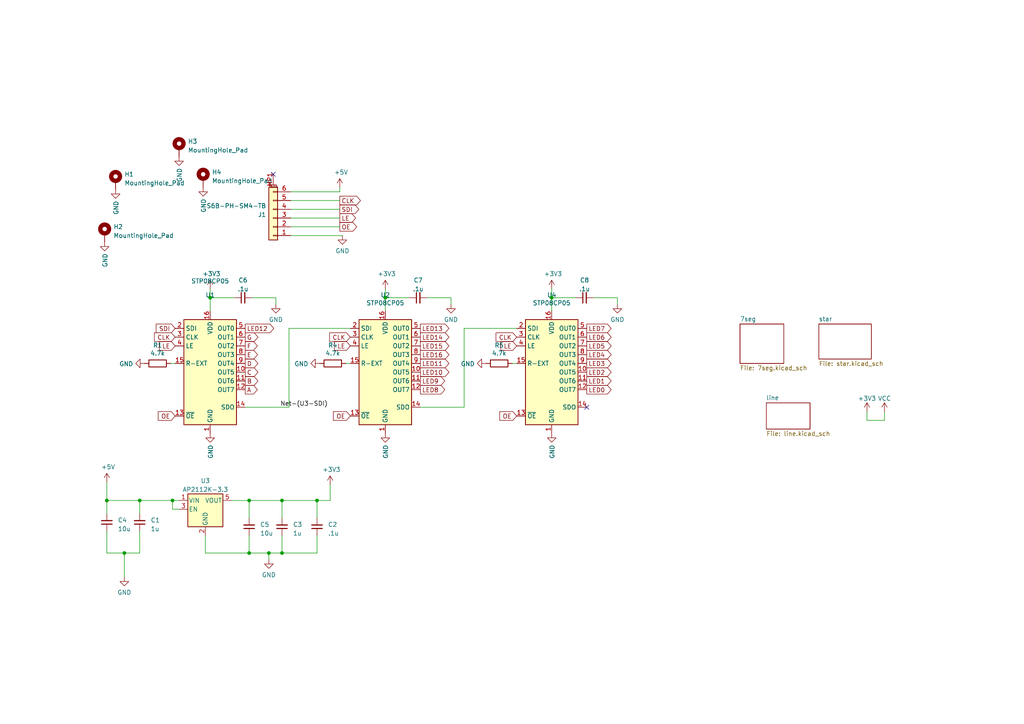
<source format=kicad_sch>
(kicad_sch (version 20230121) (generator eeschema)

  (uuid d0a63483-9262-4daa-933b-19ce0ffbb204)

  (paper "A4")

  (lib_symbols
    (symbol "Device:C_Small" (pin_numbers hide) (pin_names (offset 0.254) hide) (in_bom yes) (on_board yes)
      (property "Reference" "C" (at 0.254 1.778 0)
        (effects (font (size 1.27 1.27)) (justify left))
      )
      (property "Value" "C_Small" (at 0.254 -2.032 0)
        (effects (font (size 1.27 1.27)) (justify left))
      )
      (property "Footprint" "" (at 0 0 0)
        (effects (font (size 1.27 1.27)) hide)
      )
      (property "Datasheet" "~" (at 0 0 0)
        (effects (font (size 1.27 1.27)) hide)
      )
      (property "ki_keywords" "capacitor cap" (at 0 0 0)
        (effects (font (size 1.27 1.27)) hide)
      )
      (property "ki_description" "Unpolarized capacitor, small symbol" (at 0 0 0)
        (effects (font (size 1.27 1.27)) hide)
      )
      (property "ki_fp_filters" "C_*" (at 0 0 0)
        (effects (font (size 1.27 1.27)) hide)
      )
      (symbol "C_Small_0_1"
        (polyline
          (pts
            (xy -1.524 -0.508)
            (xy 1.524 -0.508)
          )
          (stroke (width 0.3302) (type default))
          (fill (type none))
        )
        (polyline
          (pts
            (xy -1.524 0.508)
            (xy 1.524 0.508)
          )
          (stroke (width 0.3048) (type default))
          (fill (type none))
        )
      )
      (symbol "C_Small_1_1"
        (pin passive line (at 0 2.54 270) (length 2.032)
          (name "~" (effects (font (size 1.27 1.27))))
          (number "1" (effects (font (size 1.27 1.27))))
        )
        (pin passive line (at 0 -2.54 90) (length 2.032)
          (name "~" (effects (font (size 1.27 1.27))))
          (number "2" (effects (font (size 1.27 1.27))))
        )
      )
    )
    (symbol "Device:R" (pin_numbers hide) (pin_names (offset 0)) (in_bom yes) (on_board yes)
      (property "Reference" "R" (at 2.032 0 90)
        (effects (font (size 1.27 1.27)))
      )
      (property "Value" "R" (at 0 0 90)
        (effects (font (size 1.27 1.27)))
      )
      (property "Footprint" "" (at -1.778 0 90)
        (effects (font (size 1.27 1.27)) hide)
      )
      (property "Datasheet" "~" (at 0 0 0)
        (effects (font (size 1.27 1.27)) hide)
      )
      (property "ki_keywords" "R res resistor" (at 0 0 0)
        (effects (font (size 1.27 1.27)) hide)
      )
      (property "ki_description" "Resistor" (at 0 0 0)
        (effects (font (size 1.27 1.27)) hide)
      )
      (property "ki_fp_filters" "R_*" (at 0 0 0)
        (effects (font (size 1.27 1.27)) hide)
      )
      (symbol "R_0_1"
        (rectangle (start -1.016 -2.54) (end 1.016 2.54)
          (stroke (width 0.254) (type default))
          (fill (type none))
        )
      )
      (symbol "R_1_1"
        (pin passive line (at 0 3.81 270) (length 1.27)
          (name "~" (effects (font (size 1.27 1.27))))
          (number "1" (effects (font (size 1.27 1.27))))
        )
        (pin passive line (at 0 -3.81 90) (length 1.27)
          (name "~" (effects (font (size 1.27 1.27))))
          (number "2" (effects (font (size 1.27 1.27))))
        )
      )
    )
    (symbol "Driver_LED:STP08CP05" (in_bom yes) (on_board yes)
      (property "Reference" "U" (at -7.62 16.51 0)
        (effects (font (size 1.27 1.27)) (justify left))
      )
      (property "Value" "STP08CP05" (at 1.27 16.51 0)
        (effects (font (size 1.27 1.27)) (justify left))
      )
      (property "Footprint" "" (at 0 0 0)
        (effects (font (size 1.27 1.27)) hide)
      )
      (property "Datasheet" "https://www.st.com/resource/en/datasheet/stp08cp05.pdf" (at 0 0 0)
        (effects (font (size 1.27 1.27)) hide)
      )
      (property "ki_keywords" "Shift Register LED driver 8 bit" (at 0 0 0)
        (effects (font (size 1.27 1.27)) hide)
      )
      (property "ki_description" "8-bit constant current LED sink driver" (at 0 0 0)
        (effects (font (size 1.27 1.27)) hide)
      )
      (property "ki_fp_filters" "SOIC*3.9x9.9mm*P1.27mm* TSSOP*4.4x5mm*P0.65mm* DIP*W7.62mm*" (at 0 0 0)
        (effects (font (size 1.27 1.27)) hide)
      )
      (symbol "STP08CP05_0_1"
        (rectangle (start -7.62 15.24) (end 7.62 -15.24)
          (stroke (width 0.254) (type default))
          (fill (type background))
        )
      )
      (symbol "STP08CP05_1_1"
        (pin power_in line (at 0 -17.78 90) (length 2.54)
          (name "GND" (effects (font (size 1.27 1.27))))
          (number "1" (effects (font (size 1.27 1.27))))
        )
        (pin output line (at 10.16 0 180) (length 2.54)
          (name "OUT5" (effects (font (size 1.27 1.27))))
          (number "10" (effects (font (size 1.27 1.27))))
        )
        (pin output line (at 10.16 -2.54 180) (length 2.54)
          (name "OUT6" (effects (font (size 1.27 1.27))))
          (number "11" (effects (font (size 1.27 1.27))))
        )
        (pin output line (at 10.16 -5.08 180) (length 2.54)
          (name "OUT7" (effects (font (size 1.27 1.27))))
          (number "12" (effects (font (size 1.27 1.27))))
        )
        (pin input line (at -10.16 -12.7 0) (length 2.54)
          (name "~{OE}" (effects (font (size 1.27 1.27))))
          (number "13" (effects (font (size 1.27 1.27))))
        )
        (pin output line (at 10.16 -10.16 180) (length 2.54)
          (name "SDO" (effects (font (size 1.27 1.27))))
          (number "14" (effects (font (size 1.27 1.27))))
        )
        (pin passive line (at -10.16 2.54 0) (length 2.54)
          (name "R-EXT" (effects (font (size 1.27 1.27))))
          (number "15" (effects (font (size 1.27 1.27))))
        )
        (pin power_in line (at 0 17.78 270) (length 2.54)
          (name "VDD" (effects (font (size 1.27 1.27))))
          (number "16" (effects (font (size 1.27 1.27))))
        )
        (pin input line (at -10.16 12.7 0) (length 2.54)
          (name "SDI" (effects (font (size 1.27 1.27))))
          (number "2" (effects (font (size 1.27 1.27))))
        )
        (pin input line (at -10.16 10.16 0) (length 2.54)
          (name "CLK" (effects (font (size 1.27 1.27))))
          (number "3" (effects (font (size 1.27 1.27))))
        )
        (pin input line (at -10.16 7.62 0) (length 2.54)
          (name "LE" (effects (font (size 1.27 1.27))))
          (number "4" (effects (font (size 1.27 1.27))))
        )
        (pin output line (at 10.16 12.7 180) (length 2.54)
          (name "OUT0" (effects (font (size 1.27 1.27))))
          (number "5" (effects (font (size 1.27 1.27))))
        )
        (pin output line (at 10.16 10.16 180) (length 2.54)
          (name "OUT1" (effects (font (size 1.27 1.27))))
          (number "6" (effects (font (size 1.27 1.27))))
        )
        (pin output line (at 10.16 7.62 180) (length 2.54)
          (name "OUT2" (effects (font (size 1.27 1.27))))
          (number "7" (effects (font (size 1.27 1.27))))
        )
        (pin output line (at 10.16 5.08 180) (length 2.54)
          (name "OUT3" (effects (font (size 1.27 1.27))))
          (number "8" (effects (font (size 1.27 1.27))))
        )
        (pin output line (at 10.16 2.54 180) (length 2.54)
          (name "OUT4" (effects (font (size 1.27 1.27))))
          (number "9" (effects (font (size 1.27 1.27))))
        )
      )
    )
    (symbol "Mechanical:MountingHole_Pad" (pin_numbers hide) (pin_names (offset 1.016) hide) (in_bom yes) (on_board yes)
      (property "Reference" "H" (at 0 6.35 0)
        (effects (font (size 1.27 1.27)))
      )
      (property "Value" "MountingHole_Pad" (at 0 4.445 0)
        (effects (font (size 1.27 1.27)))
      )
      (property "Footprint" "" (at 0 0 0)
        (effects (font (size 1.27 1.27)) hide)
      )
      (property "Datasheet" "~" (at 0 0 0)
        (effects (font (size 1.27 1.27)) hide)
      )
      (property "ki_keywords" "mounting hole" (at 0 0 0)
        (effects (font (size 1.27 1.27)) hide)
      )
      (property "ki_description" "Mounting Hole with connection" (at 0 0 0)
        (effects (font (size 1.27 1.27)) hide)
      )
      (property "ki_fp_filters" "MountingHole*Pad*" (at 0 0 0)
        (effects (font (size 1.27 1.27)) hide)
      )
      (symbol "MountingHole_Pad_0_1"
        (circle (center 0 1.27) (radius 1.27)
          (stroke (width 1.27) (type default))
          (fill (type none))
        )
      )
      (symbol "MountingHole_Pad_1_1"
        (pin input line (at 0 -2.54 90) (length 2.54)
          (name "1" (effects (font (size 1.27 1.27))))
          (number "1" (effects (font (size 1.27 1.27))))
        )
      )
    )
    (symbol "Regulator_Linear:AP2112K-3.3" (pin_names (offset 0.254)) (in_bom yes) (on_board yes)
      (property "Reference" "U" (at -5.08 5.715 0)
        (effects (font (size 1.27 1.27)) (justify left))
      )
      (property "Value" "AP2112K-3.3" (at 0 5.715 0)
        (effects (font (size 1.27 1.27)) (justify left))
      )
      (property "Footprint" "Package_TO_SOT_SMD:SOT-23-5" (at 0 8.255 0)
        (effects (font (size 1.27 1.27)) hide)
      )
      (property "Datasheet" "https://www.diodes.com/assets/Datasheets/AP2112.pdf" (at 0 2.54 0)
        (effects (font (size 1.27 1.27)) hide)
      )
      (property "ki_keywords" "linear regulator ldo fixed positive" (at 0 0 0)
        (effects (font (size 1.27 1.27)) hide)
      )
      (property "ki_description" "600mA low dropout linear regulator, with enable pin, 3.8V-6V input voltage range, 3.3V fixed positive output, SOT-23-5" (at 0 0 0)
        (effects (font (size 1.27 1.27)) hide)
      )
      (property "ki_fp_filters" "SOT?23?5*" (at 0 0 0)
        (effects (font (size 1.27 1.27)) hide)
      )
      (symbol "AP2112K-3.3_0_1"
        (rectangle (start -5.08 4.445) (end 5.08 -5.08)
          (stroke (width 0.254) (type default))
          (fill (type background))
        )
      )
      (symbol "AP2112K-3.3_1_1"
        (pin power_in line (at -7.62 2.54 0) (length 2.54)
          (name "VIN" (effects (font (size 1.27 1.27))))
          (number "1" (effects (font (size 1.27 1.27))))
        )
        (pin power_in line (at 0 -7.62 90) (length 2.54)
          (name "GND" (effects (font (size 1.27 1.27))))
          (number "2" (effects (font (size 1.27 1.27))))
        )
        (pin input line (at -7.62 0 0) (length 2.54)
          (name "EN" (effects (font (size 1.27 1.27))))
          (number "3" (effects (font (size 1.27 1.27))))
        )
        (pin no_connect line (at 5.08 0 180) (length 2.54) hide
          (name "NC" (effects (font (size 1.27 1.27))))
          (number "4" (effects (font (size 1.27 1.27))))
        )
        (pin power_out line (at 7.62 2.54 180) (length 2.54)
          (name "VOUT" (effects (font (size 1.27 1.27))))
          (number "5" (effects (font (size 1.27 1.27))))
        )
      )
    )
    (symbol "assorted:Conn_01x06_MountingPin" (pin_names (offset 1.016) hide) (in_bom yes) (on_board yes)
      (property "Reference" "J5" (at 0 -7.62 0)
        (effects (font (size 1.27 1.27)))
      )
      (property "Value" "S6B-PH-SM4-TB" (at 3.175 9.525 90)
        (effects (font (size 1.27 1.27)) (justify left))
      )
      (property "Footprint" "d-lev:JST_PH_S6B-PH-SM4-TB_1x06-1MP_P2.00mm_Horizontal" (at 0 0 0)
        (effects (font (size 1.27 1.27)) hide)
      )
      (property "Datasheet" "~" (at 0 0 0)
        (effects (font (size 1.27 1.27)) hide)
      )
      (property "ki_keywords" "connector" (at 0 0 0)
        (effects (font (size 1.27 1.27)) hide)
      )
      (property "ki_description" "Generic connectable mounting pin connector, single row, 01x06, script generated (kicad-library-utils/schlib/autogen/connector/)" (at 0 0 0)
        (effects (font (size 1.27 1.27)) hide)
      )
      (property "ki_fp_filters" "Connector*:*_1x??-1MP*" (at 0 0 0)
        (effects (font (size 1.27 1.27)) hide)
      )
      (symbol "Conn_01x06_MountingPin_1_1"
        (rectangle (start -1.27 -7.493) (end 0 -7.747)
          (stroke (width 0.1524) (type default))
          (fill (type none))
        )
        (rectangle (start -1.27 -4.953) (end 0 -5.207)
          (stroke (width 0.1524) (type default))
          (fill (type none))
        )
        (rectangle (start -1.27 -2.413) (end 0 -2.667)
          (stroke (width 0.1524) (type default))
          (fill (type none))
        )
        (rectangle (start -1.27 0.127) (end 0 -0.127)
          (stroke (width 0.1524) (type default))
          (fill (type none))
        )
        (rectangle (start -1.27 2.667) (end 0 2.413)
          (stroke (width 0.1524) (type default))
          (fill (type none))
        )
        (rectangle (start -1.27 5.207) (end 0 4.953)
          (stroke (width 0.1524) (type default))
          (fill (type none))
        )
        (rectangle (start -1.27 6.35) (end 1.27 -8.89)
          (stroke (width 0.254) (type default))
          (fill (type background))
        )
        (polyline
          (pts
            (xy -1.016 -9.652)
            (xy 1.016 -9.652)
          )
          (stroke (width 0.1524) (type default))
          (fill (type none))
        )
        (text "Mounting" (at 0 -9.271 0)
          (effects (font (size 0.381 0.381)))
        )
        (pin passive line (at -5.08 5.08 0) (length 3.81)
          (name "Pin_1" (effects (font (size 1.27 1.27))))
          (number "1" (effects (font (size 1.27 1.27))))
        )
        (pin passive line (at -5.08 2.54 0) (length 3.81)
          (name "Pin_2" (effects (font (size 1.27 1.27))))
          (number "2" (effects (font (size 1.27 1.27))))
        )
        (pin passive line (at -5.08 0 0) (length 3.81)
          (name "Pin_3" (effects (font (size 1.27 1.27))))
          (number "3" (effects (font (size 1.27 1.27))))
        )
        (pin passive line (at -5.08 -2.54 0) (length 3.81)
          (name "Pin_4" (effects (font (size 1.27 1.27))))
          (number "4" (effects (font (size 1.27 1.27))))
        )
        (pin passive line (at -5.08 -5.08 0) (length 3.81)
          (name "Pin_5" (effects (font (size 1.27 1.27))))
          (number "5" (effects (font (size 1.27 1.27))))
        )
        (pin passive line (at -5.08 -7.62 0) (length 3.81)
          (name "Pin_6" (effects (font (size 1.27 1.27))))
          (number "6" (effects (font (size 1.27 1.27))))
        )
        (pin passive line (at 0 -12.7 90) (length 3.048)
          (name "MountPin" (effects (font (size 1.27 1.27))))
          (number "MP1" (effects (font (size 1.27 1.27))))
        )
        (pin passive line (at 0.635 -12.7 90) (length 3.048) hide
          (name "MountPin" (effects (font (size 1.27 1.27))))
          (number "MP2" (effects (font (size 1.27 1.27))))
        )
      )
    )
    (symbol "power:+3V3" (power) (pin_names (offset 0)) (in_bom yes) (on_board yes)
      (property "Reference" "#PWR" (at 0 -3.81 0)
        (effects (font (size 1.27 1.27)) hide)
      )
      (property "Value" "+3V3" (at 0 3.556 0)
        (effects (font (size 1.27 1.27)))
      )
      (property "Footprint" "" (at 0 0 0)
        (effects (font (size 1.27 1.27)) hide)
      )
      (property "Datasheet" "" (at 0 0 0)
        (effects (font (size 1.27 1.27)) hide)
      )
      (property "ki_keywords" "power-flag" (at 0 0 0)
        (effects (font (size 1.27 1.27)) hide)
      )
      (property "ki_description" "Power symbol creates a global label with name \"+3V3\"" (at 0 0 0)
        (effects (font (size 1.27 1.27)) hide)
      )
      (symbol "+3V3_0_1"
        (polyline
          (pts
            (xy -0.762 1.27)
            (xy 0 2.54)
          )
          (stroke (width 0) (type default))
          (fill (type none))
        )
        (polyline
          (pts
            (xy 0 0)
            (xy 0 2.54)
          )
          (stroke (width 0) (type default))
          (fill (type none))
        )
        (polyline
          (pts
            (xy 0 2.54)
            (xy 0.762 1.27)
          )
          (stroke (width 0) (type default))
          (fill (type none))
        )
      )
      (symbol "+3V3_1_1"
        (pin power_in line (at 0 0 90) (length 0) hide
          (name "+3V3" (effects (font (size 1.27 1.27))))
          (number "1" (effects (font (size 1.27 1.27))))
        )
      )
    )
    (symbol "power:+5V" (power) (pin_names (offset 0)) (in_bom yes) (on_board yes)
      (property "Reference" "#PWR" (at 0 -3.81 0)
        (effects (font (size 1.27 1.27)) hide)
      )
      (property "Value" "+5V" (at 0 3.556 0)
        (effects (font (size 1.27 1.27)))
      )
      (property "Footprint" "" (at 0 0 0)
        (effects (font (size 1.27 1.27)) hide)
      )
      (property "Datasheet" "" (at 0 0 0)
        (effects (font (size 1.27 1.27)) hide)
      )
      (property "ki_keywords" "power-flag" (at 0 0 0)
        (effects (font (size 1.27 1.27)) hide)
      )
      (property "ki_description" "Power symbol creates a global label with name \"+5V\"" (at 0 0 0)
        (effects (font (size 1.27 1.27)) hide)
      )
      (symbol "+5V_0_1"
        (polyline
          (pts
            (xy -0.762 1.27)
            (xy 0 2.54)
          )
          (stroke (width 0) (type default))
          (fill (type none))
        )
        (polyline
          (pts
            (xy 0 0)
            (xy 0 2.54)
          )
          (stroke (width 0) (type default))
          (fill (type none))
        )
        (polyline
          (pts
            (xy 0 2.54)
            (xy 0.762 1.27)
          )
          (stroke (width 0) (type default))
          (fill (type none))
        )
      )
      (symbol "+5V_1_1"
        (pin power_in line (at 0 0 90) (length 0) hide
          (name "+5V" (effects (font (size 1.27 1.27))))
          (number "1" (effects (font (size 1.27 1.27))))
        )
      )
    )
    (symbol "power:GND" (power) (pin_names (offset 0)) (in_bom yes) (on_board yes)
      (property "Reference" "#PWR" (at 0 -6.35 0)
        (effects (font (size 1.27 1.27)) hide)
      )
      (property "Value" "GND" (at 0 -3.81 0)
        (effects (font (size 1.27 1.27)))
      )
      (property "Footprint" "" (at 0 0 0)
        (effects (font (size 1.27 1.27)) hide)
      )
      (property "Datasheet" "" (at 0 0 0)
        (effects (font (size 1.27 1.27)) hide)
      )
      (property "ki_keywords" "power-flag" (at 0 0 0)
        (effects (font (size 1.27 1.27)) hide)
      )
      (property "ki_description" "Power symbol creates a global label with name \"GND\" , ground" (at 0 0 0)
        (effects (font (size 1.27 1.27)) hide)
      )
      (symbol "GND_0_1"
        (polyline
          (pts
            (xy 0 0)
            (xy 0 -1.27)
            (xy 1.27 -1.27)
            (xy 0 -2.54)
            (xy -1.27 -1.27)
            (xy 0 -1.27)
          )
          (stroke (width 0) (type default))
          (fill (type none))
        )
      )
      (symbol "GND_1_1"
        (pin power_in line (at 0 0 270) (length 0) hide
          (name "GND" (effects (font (size 1.27 1.27))))
          (number "1" (effects (font (size 1.27 1.27))))
        )
      )
    )
    (symbol "power:VCC" (power) (pin_names (offset 0)) (in_bom yes) (on_board yes)
      (property "Reference" "#PWR" (at 0 -3.81 0)
        (effects (font (size 1.27 1.27)) hide)
      )
      (property "Value" "VCC" (at 0 3.81 0)
        (effects (font (size 1.27 1.27)))
      )
      (property "Footprint" "" (at 0 0 0)
        (effects (font (size 1.27 1.27)) hide)
      )
      (property "Datasheet" "" (at 0 0 0)
        (effects (font (size 1.27 1.27)) hide)
      )
      (property "ki_keywords" "global power" (at 0 0 0)
        (effects (font (size 1.27 1.27)) hide)
      )
      (property "ki_description" "Power symbol creates a global label with name \"VCC\"" (at 0 0 0)
        (effects (font (size 1.27 1.27)) hide)
      )
      (symbol "VCC_0_1"
        (polyline
          (pts
            (xy -0.762 1.27)
            (xy 0 2.54)
          )
          (stroke (width 0) (type default))
          (fill (type none))
        )
        (polyline
          (pts
            (xy 0 0)
            (xy 0 2.54)
          )
          (stroke (width 0) (type default))
          (fill (type none))
        )
        (polyline
          (pts
            (xy 0 2.54)
            (xy 0.762 1.27)
          )
          (stroke (width 0) (type default))
          (fill (type none))
        )
      )
      (symbol "VCC_1_1"
        (pin power_in line (at 0 0 90) (length 0) hide
          (name "VCC" (effects (font (size 1.27 1.27))))
          (number "1" (effects (font (size 1.27 1.27))))
        )
      )
    )
  )

  (junction (at 81.788 160.401) (diameter 0) (color 0 0 0 0)
    (uuid 11aca511-66f6-45f8-b7b3-a24eceef40db)
  )
  (junction (at 72.263 160.401) (diameter 0) (color 0 0 0 0)
    (uuid 1327fc0c-12b3-43d5-8d51-693ef6720fff)
  )
  (junction (at 91.948 145.161) (diameter 0) (color 0 0 0 0)
    (uuid 1462af5e-8d88-4809-9de0-33bab81ef475)
  )
  (junction (at 81.788 145.161) (diameter 0) (color 0 0 0 0)
    (uuid 1eb0b084-5ff9-437e-9aa0-7bd8898b7ab9)
  )
  (junction (at 40.513 145.161) (diameter 0) (color 0 0 0 0)
    (uuid 3794f80b-986b-4f04-a284-3059bfd2e0ea)
  )
  (junction (at 111.76 86.36) (diameter 0) (color 0 0 0 0)
    (uuid 4214241b-ac54-4c2e-919e-5302e32a4ebe)
  )
  (junction (at 60.96 86.36) (diameter 0) (color 0 0 0 0)
    (uuid 44753dd1-ca38-4f88-95a6-9a2cc19639d3)
  )
  (junction (at 30.988 145.161) (diameter 0) (color 0 0 0 0)
    (uuid 7907d0b1-6175-4491-bf9b-8476f327495e)
  )
  (junction (at 36.068 160.401) (diameter 0) (color 0 0 0 0)
    (uuid a128cd0d-9c26-4d8b-8e5f-4a365ad25212)
  )
  (junction (at 77.978 160.401) (diameter 0) (color 0 0 0 0)
    (uuid c0668b30-0bab-4c15-9899-d2dfdb34472b)
  )
  (junction (at 72.263 145.161) (diameter 0) (color 0 0 0 0)
    (uuid c77ffe31-3cef-40aa-a601-8432720969e4)
  )
  (junction (at 50.038 145.161) (diameter 0) (color 0 0 0 0)
    (uuid f5d62794-6952-4965-b5eb-06c100cdf07a)
  )
  (junction (at 160.02 86.36) (diameter 0) (color 0 0 0 0)
    (uuid fce66b24-649d-40da-8768-003c140ebb25)
  )

  (no_connect (at 170.18 118.11) (uuid 17c1344b-7c1f-42bf-ba4f-b6828f80b6b7))
  (no_connect (at 79.248 50.546) (uuid ba658aa3-6d41-4a2c-adf6-7d241ab1f1f2))

  (wire (pts (xy 91.948 150.241) (xy 91.948 145.161))
    (stroke (width 0) (type default))
    (uuid 02f67af6-9a4d-46fc-8e54-95437b396c73)
  )
  (wire (pts (xy 256.54 121.92) (xy 256.54 119.38))
    (stroke (width 0) (type default))
    (uuid 034f88c9-45cc-42b0-9763-98146dbc405d)
  )
  (wire (pts (xy 130.81 88.265) (xy 130.81 86.36))
    (stroke (width 0) (type default))
    (uuid 04c06edd-0ab3-4222-baaa-e33c40a416a3)
  )
  (wire (pts (xy 72.263 160.401) (xy 59.563 160.401))
    (stroke (width 0) (type default))
    (uuid 0950129b-e68d-486b-8060-cff36a713e19)
  )
  (wire (pts (xy 77.978 160.401) (xy 77.978 162.306))
    (stroke (width 0) (type default))
    (uuid 109d7ecd-347e-4a55-90f0-75bf4ff92c0a)
  )
  (wire (pts (xy 49.53 105.41) (xy 50.8 105.41))
    (stroke (width 0) (type default))
    (uuid 1d33010a-b7cc-40ac-bf77-1f76140de772)
  )
  (wire (pts (xy 50.038 145.161) (xy 51.943 145.161))
    (stroke (width 0) (type default))
    (uuid 22f0df2d-2e64-4925-9f00-97e1f339b998)
  )
  (wire (pts (xy 67.945 86.36) (xy 60.96 86.36))
    (stroke (width 0) (type default))
    (uuid 27d4ef5a-3278-4eb3-bf6a-9907c49e5508)
  )
  (wire (pts (xy 130.81 86.36) (xy 123.825 86.36))
    (stroke (width 0) (type default))
    (uuid 2e025939-67fa-49b5-ac25-7462cb51589d)
  )
  (wire (pts (xy 30.988 145.161) (xy 40.513 145.161))
    (stroke (width 0) (type default))
    (uuid 2fc68248-2044-4441-af8d-127c19b38f00)
  )
  (wire (pts (xy 40.513 145.161) (xy 50.038 145.161))
    (stroke (width 0) (type default))
    (uuid 33249856-ed68-4864-8da0-cb7d6fe3b218)
  )
  (wire (pts (xy 91.948 155.321) (xy 91.948 160.401))
    (stroke (width 0) (type default))
    (uuid 3a0b582e-5e22-40e5-8798-028f6b560269)
  )
  (wire (pts (xy 50.038 147.701) (xy 50.038 145.161))
    (stroke (width 0) (type default))
    (uuid 4219fbb7-6e66-47a6-8cab-76ea260b2c27)
  )
  (wire (pts (xy 148.59 105.41) (xy 149.86 105.41))
    (stroke (width 0) (type default))
    (uuid 43ddcfa2-f23e-4f49-96af-687f73de7a34)
  )
  (wire (pts (xy 40.513 145.161) (xy 40.513 148.971))
    (stroke (width 0) (type default))
    (uuid 48da6462-81da-44c1-82c9-df976747bf09)
  )
  (wire (pts (xy 111.76 86.36) (xy 111.76 83.82))
    (stroke (width 0) (type default))
    (uuid 49fc0e46-3c08-4004-b3fe-3e7d1fe881cd)
  )
  (wire (pts (xy 251.46 121.92) (xy 256.54 121.92))
    (stroke (width 0) (type default))
    (uuid 4ad1dc90-bd67-475d-af4f-48154cce535e)
  )
  (wire (pts (xy 118.745 86.36) (xy 111.76 86.36))
    (stroke (width 0) (type default))
    (uuid 50ba7516-049b-4223-b2b2-a6be6c72ca2a)
  )
  (wire (pts (xy 30.988 139.827) (xy 30.988 145.161))
    (stroke (width 0) (type default))
    (uuid 5478742d-09e3-4896-a1e5-9f8b6c260e33)
  )
  (wire (pts (xy 81.788 145.161) (xy 91.948 145.161))
    (stroke (width 0) (type default))
    (uuid 58b801d7-af58-4365-9658-11f78555e35c)
  )
  (wire (pts (xy 71.12 118.11) (xy 83.82 118.11))
    (stroke (width 0) (type default))
    (uuid 61b5d095-57c5-45dd-a3a4-638c6d3431f2)
  )
  (wire (pts (xy 36.068 160.401) (xy 36.068 167.386))
    (stroke (width 0) (type default))
    (uuid 632ba4d0-0bb2-43e4-98d7-51adac2f218b)
  )
  (wire (pts (xy 30.988 154.051) (xy 30.988 160.401))
    (stroke (width 0) (type default))
    (uuid 64b4a0c6-5053-44e8-ad6e-da5cc213b28d)
  )
  (wire (pts (xy 167.005 86.36) (xy 160.02 86.36))
    (stroke (width 0) (type default))
    (uuid 695b24dd-dd91-48a5-ace2-bb808627e18d)
  )
  (wire (pts (xy 98.552 65.786) (xy 84.328 65.786))
    (stroke (width 0) (type default))
    (uuid 6a268e59-1046-42fe-9cfc-9142a1bddb15)
  )
  (wire (pts (xy 30.988 148.971) (xy 30.988 145.161))
    (stroke (width 0) (type default))
    (uuid 6b36a138-6661-42c5-b3ee-465865aa7458)
  )
  (wire (pts (xy 40.513 154.051) (xy 40.513 160.401))
    (stroke (width 0) (type default))
    (uuid 76498287-5415-417a-af15-9f30272ac4d0)
  )
  (wire (pts (xy 77.978 160.401) (xy 81.788 160.401))
    (stroke (width 0) (type default))
    (uuid 7862ca8a-1fe5-42e0-afb9-48be9febb9e5)
  )
  (wire (pts (xy 100.33 105.41) (xy 101.6 105.41))
    (stroke (width 0) (type default))
    (uuid 7867a509-95ef-42ea-ba8d-25198cf486fa)
  )
  (wire (pts (xy 160.02 86.36) (xy 160.02 90.17))
    (stroke (width 0) (type default))
    (uuid 81e78c8f-cacc-4d85-ab03-f295afd65102)
  )
  (wire (pts (xy 99.314 68.326) (xy 84.328 68.326))
    (stroke (width 0) (type default))
    (uuid 8a164354-7a44-49ba-9fc5-8bda49495f7f)
  )
  (wire (pts (xy 91.948 145.161) (xy 95.758 145.161))
    (stroke (width 0) (type default))
    (uuid 8b180eb2-7b62-4fe0-86a9-267c793655b1)
  )
  (wire (pts (xy 60.96 86.36) (xy 60.96 83.82))
    (stroke (width 0) (type default))
    (uuid 98fccce3-4886-4e81-8700-a8be52cd65d8)
  )
  (wire (pts (xy 72.263 160.401) (xy 77.978 160.401))
    (stroke (width 0) (type default))
    (uuid 991d0b87-2aa5-49d5-a305-acdc546f23c4)
  )
  (wire (pts (xy 98.552 60.706) (xy 84.328 60.706))
    (stroke (width 0) (type default))
    (uuid 9ecfcbc3-c4f9-49ef-8bae-89534b3a06cb)
  )
  (wire (pts (xy 80.01 88.265) (xy 80.01 86.36))
    (stroke (width 0) (type default))
    (uuid a130dad4-165c-4439-8bf1-bf208b1a3989)
  )
  (wire (pts (xy 98.552 55.626) (xy 84.328 55.626))
    (stroke (width 0) (type default))
    (uuid a2f13087-0e9b-4aa2-b394-1bb5b6c4ba9f)
  )
  (wire (pts (xy 80.01 86.36) (xy 73.025 86.36))
    (stroke (width 0) (type default))
    (uuid a452fe3b-650d-4126-b19e-babc71fea05a)
  )
  (wire (pts (xy 81.788 160.401) (xy 91.948 160.401))
    (stroke (width 0) (type default))
    (uuid ac39e84a-191f-4b35-a71f-3cfc407b5616)
  )
  (wire (pts (xy 98.552 54.356) (xy 98.552 55.626))
    (stroke (width 0) (type default))
    (uuid aeac3dd4-1fc1-4d35-8dfe-cb6738daada6)
  )
  (wire (pts (xy 51.943 147.701) (xy 50.038 147.701))
    (stroke (width 0) (type default))
    (uuid b6d8a450-bb33-4c8b-8df0-6e5c966e94c5)
  )
  (wire (pts (xy 134.62 95.25) (xy 149.86 95.25))
    (stroke (width 0) (type default))
    (uuid bc6e7c85-b58b-469e-99f1-d4ece5e0faa0)
  )
  (wire (pts (xy 179.07 88.265) (xy 179.07 86.36))
    (stroke (width 0) (type default))
    (uuid c05c1e7c-d40a-4714-ae7d-937c01f84316)
  )
  (wire (pts (xy 72.263 155.321) (xy 72.263 160.401))
    (stroke (width 0) (type default))
    (uuid c2b07efa-2292-4774-b3c4-c73d71c2bce8)
  )
  (wire (pts (xy 98.552 63.246) (xy 84.328 63.246))
    (stroke (width 0) (type default))
    (uuid c7a08b36-6c87-4a74-bc03-ad83c4b28635)
  )
  (wire (pts (xy 98.552 58.166) (xy 84.328 58.166))
    (stroke (width 0) (type default))
    (uuid cb8828b9-0a7d-467e-8b16-75de510027f7)
  )
  (wire (pts (xy 83.82 95.25) (xy 101.6 95.25))
    (stroke (width 0) (type default))
    (uuid d255a685-4ada-45c3-81c5-2f39d8f7b4c3)
  )
  (wire (pts (xy 121.92 118.11) (xy 134.62 118.11))
    (stroke (width 0) (type default))
    (uuid d2dc5e58-76f4-42d4-8a5c-c815a1a6f9c4)
  )
  (wire (pts (xy 95.758 145.161) (xy 95.758 140.589))
    (stroke (width 0) (type default))
    (uuid d44c0c3e-8db6-48bb-8ecd-bbc5050198e0)
  )
  (wire (pts (xy 83.82 118.11) (xy 83.82 95.25))
    (stroke (width 0) (type default))
    (uuid d579e8d7-6e08-4f39-b8f8-b42ba7ae64d3)
  )
  (wire (pts (xy 111.76 86.36) (xy 111.76 90.17))
    (stroke (width 0) (type default))
    (uuid d67f8127-7f8f-419b-8d52-cd5d4b7575d8)
  )
  (wire (pts (xy 59.563 160.401) (xy 59.563 155.321))
    (stroke (width 0) (type default))
    (uuid dcda7d6b-485d-43fa-a317-315750fd6944)
  )
  (wire (pts (xy 179.07 86.36) (xy 172.085 86.36))
    (stroke (width 0) (type default))
    (uuid df3c21f7-bfdb-4e57-b16a-719bcd51237a)
  )
  (wire (pts (xy 36.068 160.401) (xy 40.513 160.401))
    (stroke (width 0) (type default))
    (uuid e3b1f740-b98b-4dfe-b21b-0703754b5464)
  )
  (wire (pts (xy 60.96 86.36) (xy 60.96 90.17))
    (stroke (width 0) (type default))
    (uuid e54f10ac-a9f1-4493-8b6c-b68a3f284145)
  )
  (wire (pts (xy 160.02 86.36) (xy 160.02 83.82))
    (stroke (width 0) (type default))
    (uuid e99a29ec-47aa-4cb5-b9fa-e81930a293cc)
  )
  (wire (pts (xy 30.988 160.401) (xy 36.068 160.401))
    (stroke (width 0) (type default))
    (uuid eb2ebc50-86dc-4897-a5d5-3d8e62d891bd)
  )
  (wire (pts (xy 134.62 118.11) (xy 134.62 95.25))
    (stroke (width 0) (type default))
    (uuid eda27aba-adc4-4a04-bf8a-fae0de6355cd)
  )
  (wire (pts (xy 67.183 145.161) (xy 72.263 145.161))
    (stroke (width 0) (type default))
    (uuid f378d7b5-c580-4222-afce-d4a81adbee20)
  )
  (wire (pts (xy 72.263 145.161) (xy 72.263 150.241))
    (stroke (width 0) (type default))
    (uuid f7929800-393f-4e4b-b00c-21dc387b1273)
  )
  (wire (pts (xy 81.788 155.321) (xy 81.788 160.401))
    (stroke (width 0) (type default))
    (uuid f88f5271-2150-46f1-aa7b-4fd48d93e9d7)
  )
  (wire (pts (xy 81.788 145.161) (xy 81.788 150.241))
    (stroke (width 0) (type default))
    (uuid fa64f608-76dd-449d-9d4a-d00bb4b9c1bf)
  )
  (wire (pts (xy 251.46 121.92) (xy 251.46 119.38))
    (stroke (width 0) (type default))
    (uuid fb34fb52-78b8-4d6b-ae38-9522e0497f44)
  )
  (wire (pts (xy 72.263 145.161) (xy 81.788 145.161))
    (stroke (width 0) (type default))
    (uuid fc5add57-4d4b-4359-bdf5-98f911c17b5e)
  )

  (label "Net-(U3-SDI)" (at 81.28 118.11 0) (fields_autoplaced)
    (effects (font (size 1.27 1.27)) (justify left bottom))
    (uuid 4541d126-de23-43d5-9d04-2c92334b3f54)
  )

  (global_label "OE" (shape input) (at 50.8 120.65 180) (fields_autoplaced)
    (effects (font (size 1.27 1.27)) (justify right))
    (uuid 04db7031-4715-4af8-a6b4-f0dd3da9b147)
    (property "Intersheetrefs" "${INTERSHEET_REFS}" (at 46.0689 120.65 0)
      (effects (font (size 1.27 1.27)) (justify right) hide)
    )
  )
  (global_label "OE" (shape input) (at 149.86 120.65 180) (fields_autoplaced)
    (effects (font (size 1.27 1.27)) (justify right))
    (uuid 11e6aa1f-efa8-4348-8cf7-dc7ce59a0317)
    (property "Intersheetrefs" "${INTERSHEET_REFS}" (at 145.1289 120.65 0)
      (effects (font (size 1.27 1.27)) (justify right) hide)
    )
  )
  (global_label "LED4" (shape output) (at 170.18 102.87 0) (fields_autoplaced)
    (effects (font (size 1.27 1.27)) (justify left))
    (uuid 225caa19-3dbf-4325-a839-8df0cdacaa3a)
    (property "Intersheetrefs" "${INTERSHEET_REFS}" (at 177.0882 102.87 0)
      (effects (font (size 1.27 1.27)) (justify left) hide)
    )
  )
  (global_label "LED14" (shape output) (at 121.92 97.79 0) (fields_autoplaced)
    (effects (font (size 1.27 1.27)) (justify left))
    (uuid 28b07fdc-787a-4b0a-a5a1-a4cde702eb13)
    (property "Intersheetrefs" "${INTERSHEET_REFS}" (at 130.0377 97.79 0)
      (effects (font (size 1.27 1.27)) (justify left) hide)
    )
  )
  (global_label "LED1" (shape output) (at 170.18 110.49 0) (fields_autoplaced)
    (effects (font (size 1.27 1.27)) (justify left))
    (uuid 2ac6efb6-7f4d-415a-a2f2-c1f10755a4b6)
    (property "Intersheetrefs" "${INTERSHEET_REFS}" (at 177.0882 110.49 0)
      (effects (font (size 1.27 1.27)) (justify left) hide)
    )
  )
  (global_label "LED5" (shape output) (at 170.18 100.33 0) (fields_autoplaced)
    (effects (font (size 1.27 1.27)) (justify left))
    (uuid 3107a051-61ba-4d40-8cb4-51108d9b195c)
    (property "Intersheetrefs" "${INTERSHEET_REFS}" (at 177.0882 100.33 0)
      (effects (font (size 1.27 1.27)) (justify left) hide)
    )
  )
  (global_label "LED3" (shape output) (at 170.18 105.41 0) (fields_autoplaced)
    (effects (font (size 1.27 1.27)) (justify left))
    (uuid 32528ae7-08a0-4553-9db7-38c8165ee8e4)
    (property "Intersheetrefs" "${INTERSHEET_REFS}" (at 177.0882 105.41 0)
      (effects (font (size 1.27 1.27)) (justify left) hide)
    )
  )
  (global_label "LED6" (shape output) (at 170.18 97.79 0) (fields_autoplaced)
    (effects (font (size 1.27 1.27)) (justify left))
    (uuid 356efd5b-6a5d-4918-881c-10f0549a9845)
    (property "Intersheetrefs" "${INTERSHEET_REFS}" (at 177.0882 97.79 0)
      (effects (font (size 1.27 1.27)) (justify left) hide)
    )
  )
  (global_label "CLK" (shape input) (at 149.86 97.79 180) (fields_autoplaced)
    (effects (font (size 1.27 1.27)) (justify right))
    (uuid 37ea2d11-8b71-4111-a877-0ef049a9c6a5)
    (property "Intersheetrefs" "${INTERSHEET_REFS}" (at 144.0403 97.79 0)
      (effects (font (size 1.27 1.27)) (justify right) hide)
    )
  )
  (global_label "LED9" (shape output) (at 121.92 110.49 0) (fields_autoplaced)
    (effects (font (size 1.27 1.27)) (justify left))
    (uuid 3f7b45ae-ff7a-445b-acac-1e66018cbf69)
    (property "Intersheetrefs" "${INTERSHEET_REFS}" (at 128.8282 110.49 0)
      (effects (font (size 1.27 1.27)) (justify left) hide)
    )
  )
  (global_label "G" (shape output) (at 71.12 97.79 0) (fields_autoplaced)
    (effects (font (size 1.27 1.27)) (justify left))
    (uuid 4027233c-d74b-47ec-9aa0-c82084ba9178)
    (property "Intersheetrefs" "${INTERSHEET_REFS}" (at 74.6416 97.79 0)
      (effects (font (size 1.27 1.27)) (justify left) hide)
    )
  )
  (global_label "B" (shape output) (at 71.12 110.49 0) (fields_autoplaced)
    (effects (font (size 1.27 1.27)) (justify left))
    (uuid 40f0766b-5a04-4bd0-8f99-cd94cae8d2c5)
    (property "Intersheetrefs" "${INTERSHEET_REFS}" (at 74.6416 110.49 0)
      (effects (font (size 1.27 1.27)) (justify left) hide)
    )
  )
  (global_label "OE" (shape input) (at 101.6 120.65 180) (fields_autoplaced)
    (effects (font (size 1.27 1.27)) (justify right))
    (uuid 50ca1bd8-3331-4750-b2bd-d3dd672819f0)
    (property "Intersheetrefs" "${INTERSHEET_REFS}" (at 96.8689 120.65 0)
      (effects (font (size 1.27 1.27)) (justify right) hide)
    )
  )
  (global_label "CLK" (shape input) (at 50.8 97.79 180) (fields_autoplaced)
    (effects (font (size 1.27 1.27)) (justify right))
    (uuid 54026ec9-2b3e-4334-ab48-9caabb728dda)
    (property "Intersheetrefs" "${INTERSHEET_REFS}" (at 44.9803 97.79 0)
      (effects (font (size 1.27 1.27)) (justify right) hide)
    )
  )
  (global_label "LED13" (shape output) (at 121.92 95.25 0) (fields_autoplaced)
    (effects (font (size 1.27 1.27)) (justify left))
    (uuid 5413b9eb-0bf1-4a29-8381-2c93198fc241)
    (property "Intersheetrefs" "${INTERSHEET_REFS}" (at 130.0377 95.25 0)
      (effects (font (size 1.27 1.27)) (justify left) hide)
    )
  )
  (global_label "LED10" (shape output) (at 121.92 107.95 0) (fields_autoplaced)
    (effects (font (size 1.27 1.27)) (justify left))
    (uuid 5de6d5cb-adaf-4257-900b-e2ec00e9fa4b)
    (property "Intersheetrefs" "${INTERSHEET_REFS}" (at 130.0377 107.95 0)
      (effects (font (size 1.27 1.27)) (justify left) hide)
    )
  )
  (global_label "LED7" (shape output) (at 170.18 95.25 0) (fields_autoplaced)
    (effects (font (size 1.27 1.27)) (justify left))
    (uuid 63151d31-eeb9-44e5-9261-4de24bdaecfe)
    (property "Intersheetrefs" "${INTERSHEET_REFS}" (at 177.0882 95.25 0)
      (effects (font (size 1.27 1.27)) (justify left) hide)
    )
  )
  (global_label "SDI" (shape input) (at 50.8 95.25 180) (fields_autoplaced)
    (effects (font (size 1.27 1.27)) (justify right))
    (uuid 641648a7-6c61-4b60-97b8-06c357dbb716)
    (property "Intersheetrefs" "${INTERSHEET_REFS}" (at 45.4641 95.25 0)
      (effects (font (size 1.27 1.27)) (justify right) hide)
    )
  )
  (global_label "LE" (shape input) (at 50.8 100.33 180) (fields_autoplaced)
    (effects (font (size 1.27 1.27)) (justify right))
    (uuid 6fd41de8-8c81-445b-9f0a-ec4222161014)
    (property "Intersheetrefs" "${INTERSHEET_REFS}" (at 46.3713 100.33 0)
      (effects (font (size 1.27 1.27)) (justify right) hide)
    )
  )
  (global_label "LED8" (shape output) (at 121.92 113.03 0) (fields_autoplaced)
    (effects (font (size 1.27 1.27)) (justify left))
    (uuid 76a044cb-7b3c-4ea1-b68c-50a2662e0187)
    (property "Intersheetrefs" "${INTERSHEET_REFS}" (at 128.8282 113.03 0)
      (effects (font (size 1.27 1.27)) (justify left) hide)
    )
  )
  (global_label "LE" (shape output) (at 98.552 63.246 0) (fields_autoplaced)
    (effects (font (size 1.27 1.27)) (justify left))
    (uuid 7df9a9e4-2813-4cb8-948f-d3b5a19c34f8)
    (property "Intersheetrefs" "${INTERSHEET_REFS}" (at 102.9807 63.246 0)
      (effects (font (size 1.27 1.27)) (justify left) hide)
    )
  )
  (global_label "F" (shape output) (at 71.12 100.33 0) (fields_autoplaced)
    (effects (font (size 1.27 1.27)) (justify left))
    (uuid 844ecb9a-704a-4bbe-b8ea-5809c1add7d1)
    (property "Intersheetrefs" "${INTERSHEET_REFS}" (at 74.4602 100.33 0)
      (effects (font (size 1.27 1.27)) (justify left) hide)
    )
  )
  (global_label "LE" (shape input) (at 101.6 100.33 180) (fields_autoplaced)
    (effects (font (size 1.27 1.27)) (justify right))
    (uuid 8b90a649-2931-4971-89c9-f04fe854be97)
    (property "Intersheetrefs" "${INTERSHEET_REFS}" (at 97.1713 100.33 0)
      (effects (font (size 1.27 1.27)) (justify right) hide)
    )
  )
  (global_label "LED16" (shape output) (at 121.92 102.87 0) (fields_autoplaced)
    (effects (font (size 1.27 1.27)) (justify left))
    (uuid 991c103b-b33f-4b1a-b874-3e820cd35614)
    (property "Intersheetrefs" "${INTERSHEET_REFS}" (at 130.0377 102.87 0)
      (effects (font (size 1.27 1.27)) (justify left) hide)
    )
  )
  (global_label "CLK" (shape input) (at 101.6 97.79 180) (fields_autoplaced)
    (effects (font (size 1.27 1.27)) (justify right))
    (uuid a328d3bc-de8c-4009-ace5-ec4158f15e7e)
    (property "Intersheetrefs" "${INTERSHEET_REFS}" (at 95.7803 97.79 0)
      (effects (font (size 1.27 1.27)) (justify right) hide)
    )
  )
  (global_label "SDI" (shape output) (at 98.552 60.706 0) (fields_autoplaced)
    (effects (font (size 1.27 1.27)) (justify left))
    (uuid a65728b3-6364-483e-ab11-40db512f06e1)
    (property "Intersheetrefs" "${INTERSHEET_REFS}" (at 103.8879 60.706 0)
      (effects (font (size 1.27 1.27)) (justify left) hide)
    )
  )
  (global_label "CLK" (shape output) (at 98.552 58.166 0) (fields_autoplaced)
    (effects (font (size 1.27 1.27)) (justify left))
    (uuid ad416955-b730-4a5d-b09b-cc0b4b54335f)
    (property "Intersheetrefs" "${INTERSHEET_REFS}" (at 104.3717 58.166 0)
      (effects (font (size 1.27 1.27)) (justify left) hide)
    )
  )
  (global_label "LED12" (shape output) (at 71.12 95.25 0) (fields_autoplaced)
    (effects (font (size 1.27 1.27)) (justify left))
    (uuid b314c49d-3a1b-4bf6-a12f-67608c351384)
    (property "Intersheetrefs" "${INTERSHEET_REFS}" (at 79.2377 95.25 0)
      (effects (font (size 1.27 1.27)) (justify left) hide)
    )
  )
  (global_label "LED15" (shape output) (at 121.92 100.33 0) (fields_autoplaced)
    (effects (font (size 1.27 1.27)) (justify left))
    (uuid b77d5927-ecd0-4ced-863a-e42284cc426d)
    (property "Intersheetrefs" "${INTERSHEET_REFS}" (at 130.0377 100.33 0)
      (effects (font (size 1.27 1.27)) (justify left) hide)
    )
  )
  (global_label "C" (shape output) (at 71.12 107.95 0) (fields_autoplaced)
    (effects (font (size 1.27 1.27)) (justify left))
    (uuid ba905cc2-5032-4752-a860-aafd4e2b4866)
    (property "Intersheetrefs" "${INTERSHEET_REFS}" (at 74.6416 107.95 0)
      (effects (font (size 1.27 1.27)) (justify left) hide)
    )
  )
  (global_label "LED0" (shape output) (at 170.18 113.03 0) (fields_autoplaced)
    (effects (font (size 1.27 1.27)) (justify left))
    (uuid bd4f75f6-7fb4-4c5d-bf65-f28862011803)
    (property "Intersheetrefs" "${INTERSHEET_REFS}" (at 177.0882 113.03 0)
      (effects (font (size 1.27 1.27)) (justify left) hide)
    )
  )
  (global_label "A" (shape output) (at 71.12 113.03 0) (fields_autoplaced)
    (effects (font (size 1.27 1.27)) (justify left))
    (uuid c3230f45-4b4f-4d37-afe5-5fb889b03986)
    (property "Intersheetrefs" "${INTERSHEET_REFS}" (at 74.4602 113.03 0)
      (effects (font (size 1.27 1.27)) (justify left) hide)
    )
  )
  (global_label "LED2" (shape output) (at 170.18 107.95 0) (fields_autoplaced)
    (effects (font (size 1.27 1.27)) (justify left))
    (uuid c58e0b15-a2fd-4078-8762-681e8a6f78de)
    (property "Intersheetrefs" "${INTERSHEET_REFS}" (at 177.0882 107.95 0)
      (effects (font (size 1.27 1.27)) (justify left) hide)
    )
  )
  (global_label "LED11" (shape output) (at 121.92 105.41 0) (fields_autoplaced)
    (effects (font (size 1.27 1.27)) (justify left))
    (uuid d56d1db7-8f59-4a76-bc5b-857ab3ba96cf)
    (property "Intersheetrefs" "${INTERSHEET_REFS}" (at 130.0377 105.41 0)
      (effects (font (size 1.27 1.27)) (justify left) hide)
    )
  )
  (global_label "OE" (shape output) (at 98.552 65.786 0) (fields_autoplaced)
    (effects (font (size 1.27 1.27)) (justify left))
    (uuid de9ffb7f-75e3-4075-8e9d-541bafd4e92d)
    (property "Intersheetrefs" "${INTERSHEET_REFS}" (at 103.2831 65.786 0)
      (effects (font (size 1.27 1.27)) (justify left) hide)
    )
  )
  (global_label "LE" (shape input) (at 149.86 100.33 180) (fields_autoplaced)
    (effects (font (size 1.27 1.27)) (justify right))
    (uuid e4130205-0142-4ea4-9b10-ff884939fa63)
    (property "Intersheetrefs" "${INTERSHEET_REFS}" (at 145.4313 100.33 0)
      (effects (font (size 1.27 1.27)) (justify right) hide)
    )
  )
  (global_label "E" (shape output) (at 71.12 102.87 0) (fields_autoplaced)
    (effects (font (size 1.27 1.27)) (justify left))
    (uuid e4653e6f-69ab-40cd-9f78-a796ab51632d)
    (property "Intersheetrefs" "${INTERSHEET_REFS}" (at 74.5206 102.87 0)
      (effects (font (size 1.27 1.27)) (justify left) hide)
    )
  )
  (global_label "D" (shape output) (at 71.12 105.41 0) (fields_autoplaced)
    (effects (font (size 1.27 1.27)) (justify left))
    (uuid f75283f1-7ea0-4f1f-ab38-2a9033d64e70)
    (property "Intersheetrefs" "${INTERSHEET_REFS}" (at 74.6416 105.41 0)
      (effects (font (size 1.27 1.27)) (justify left) hide)
    )
  )

  (symbol (lib_id "Mechanical:MountingHole_Pad") (at 58.928 51.816 0) (unit 1)
    (in_bom yes) (on_board yes) (dnp no) (fields_autoplaced)
    (uuid 09bde6c1-3242-455d-94e7-c3f6dd1a54f3)
    (property "Reference" "H4" (at 61.468 49.911 0)
      (effects (font (size 1.27 1.27)) (justify left))
    )
    (property "Value" "MountingHole_Pad" (at 61.468 52.451 0)
      (effects (font (size 1.27 1.27)) (justify left))
    )
    (property "Footprint" "d-lev:SMTSO-M3" (at 58.928 51.816 0)
      (effects (font (size 1.27 1.27)) hide)
    )
    (property "Datasheet" "~" (at 58.928 51.816 0)
      (effects (font (size 1.27 1.27)) hide)
    )
    (pin "1" (uuid d6d28e2b-194d-46b1-b24d-917f557b8e15))
    (instances
      (project "d-lev-tuner"
        (path "/d0a63483-9262-4daa-933b-19ce0ffbb204"
          (reference "H4") (unit 1)
        )
      )
    )
  )

  (symbol (lib_id "power:GND") (at 80.01 88.265 0) (unit 1)
    (in_bom yes) (on_board yes) (dnp no) (fields_autoplaced)
    (uuid 0b4c154f-6370-4d88-9907-5a6161842865)
    (property "Reference" "#PWR0109" (at 80.01 94.615 0)
      (effects (font (size 1.27 1.27)) hide)
    )
    (property "Value" "GND" (at 80.01 92.71 0)
      (effects (font (size 1.27 1.27)))
    )
    (property "Footprint" "" (at 80.01 88.265 0)
      (effects (font (size 1.27 1.27)) hide)
    )
    (property "Datasheet" "" (at 80.01 88.265 0)
      (effects (font (size 1.27 1.27)) hide)
    )
    (pin "1" (uuid e45b7690-16ec-4503-aaea-4bd584a84c33))
    (instances
      (project "d-lev_tuner_driver"
        (path "/58823427-58af-44e5-80d5-48bc77238358"
          (reference "#PWR0109") (unit 1)
        )
      )
      (project "d-lev-tuner"
        (path "/d0a63483-9262-4daa-933b-19ce0ffbb204"
          (reference "#PWR09") (unit 1)
        )
      )
    )
  )

  (symbol (lib_id "Device:C_Small") (at 70.485 86.36 90) (unit 1)
    (in_bom yes) (on_board yes) (dnp no) (fields_autoplaced)
    (uuid 11eee58e-8944-4bbc-813e-aa06cef8de97)
    (property "Reference" "C6" (at 70.4913 81.28 90)
      (effects (font (size 1.27 1.27)))
    )
    (property "Value" ".1u" (at 70.4913 83.82 90)
      (effects (font (size 1.27 1.27)))
    )
    (property "Footprint" "Capacitor_SMD:C_0603_1608Metric" (at 70.485 86.36 0)
      (effects (font (size 1.27 1.27)) hide)
    )
    (property "Datasheet" "~" (at 70.485 86.36 0)
      (effects (font (size 1.27 1.27)) hide)
    )
    (pin "1" (uuid 2ba2e433-c41c-4e7a-9f50-819b59bb98f8))
    (pin "2" (uuid 67eb061c-306f-4dba-8323-61a4dffc9fe3))
    (instances
      (project "d-lev-tuner"
        (path "/d0a63483-9262-4daa-933b-19ce0ffbb204"
          (reference "C6") (unit 1)
        )
      )
    )
  )

  (symbol (lib_id "Device:R") (at 96.52 105.41 270) (unit 1)
    (in_bom yes) (on_board yes) (dnp no)
    (uuid 1684238b-ee73-490a-80e6-00a7985fdde4)
    (property "Reference" "R2" (at 96.52 100.1522 90)
      (effects (font (size 1.27 1.27)))
    )
    (property "Value" "4.7k" (at 96.52 102.4636 90)
      (effects (font (size 1.27 1.27)))
    )
    (property "Footprint" "Resistor_SMD:R_0603_1608Metric" (at 96.52 103.632 90)
      (effects (font (size 1.27 1.27)) hide)
    )
    (property "Datasheet" "~" (at 96.52 105.41 0)
      (effects (font (size 1.27 1.27)) hide)
    )
    (pin "1" (uuid 5313dc11-d8ba-44c0-925a-01de3f91e066))
    (pin "2" (uuid 9876bd84-48b6-43eb-a000-45bb64a1dc5e))
    (instances
      (project "d-lev_tuner_driver"
        (path "/58823427-58af-44e5-80d5-48bc77238358"
          (reference "R2") (unit 1)
        )
      )
      (project "d-lev-tuner"
        (path "/d0a63483-9262-4daa-933b-19ce0ffbb204"
          (reference "R4") (unit 1)
        )
      )
    )
  )

  (symbol (lib_id "Device:C_Small") (at 30.988 151.511 180) (unit 1)
    (in_bom yes) (on_board yes) (dnp no) (fields_autoplaced)
    (uuid 17dae249-bbdd-4cac-a6c4-bf90d9d530c9)
    (property "Reference" "C13" (at 34.163 150.8696 0)
      (effects (font (size 1.27 1.27)) (justify right))
    )
    (property "Value" "10u" (at 34.163 153.4096 0)
      (effects (font (size 1.27 1.27)) (justify right))
    )
    (property "Footprint" "Capacitor_SMD:C_0805_2012Metric" (at 30.988 151.511 0)
      (effects (font (size 1.27 1.27)) hide)
    )
    (property "Datasheet" "~" (at 30.988 151.511 0)
      (effects (font (size 1.27 1.27)) hide)
    )
    (property "Tolerance" "" (at 30.988 151.511 0)
      (effects (font (size 1.27 1.27)))
    )
    (pin "1" (uuid 799f6b03-fecf-487b-b2ff-10550221daf5))
    (pin "2" (uuid 752bb7de-5a01-4ecb-aadd-32af5ff4c89e))
    (instances
      (project "d-lev-io"
        (path "/9261a07b-ae4a-4d72-8042-ea097cd0e5ed"
          (reference "C13") (unit 1)
        )
        (path "/9261a07b-ae4a-4d72-8042-ea097cd0e5ed/83e88c30-a90d-4699-98a4-5fb5b0c65049"
          (reference "C23") (unit 1)
        )
      )
      (project "d-lev-tuner"
        (path "/d0a63483-9262-4daa-933b-19ce0ffbb204"
          (reference "C4") (unit 1)
        )
      )
    )
  )

  (symbol (lib_id "Mechanical:MountingHole_Pad") (at 51.943 42.926 0) (unit 1)
    (in_bom yes) (on_board yes) (dnp no) (fields_autoplaced)
    (uuid 19bfe4e2-ac8b-4697-b964-d1de7c3c828d)
    (property "Reference" "H3" (at 54.483 41.021 0)
      (effects (font (size 1.27 1.27)) (justify left))
    )
    (property "Value" "MountingHole_Pad" (at 54.483 43.561 0)
      (effects (font (size 1.27 1.27)) (justify left))
    )
    (property "Footprint" "d-lev:SMTSO-M3" (at 51.943 42.926 0)
      (effects (font (size 1.27 1.27)) hide)
    )
    (property "Datasheet" "~" (at 51.943 42.926 0)
      (effects (font (size 1.27 1.27)) hide)
    )
    (pin "1" (uuid 64645c62-d220-4c50-abaa-d6a6babf8045))
    (instances
      (project "d-lev-tuner"
        (path "/d0a63483-9262-4daa-933b-19ce0ffbb204"
          (reference "H3") (unit 1)
        )
      )
    )
  )

  (symbol (lib_id "power:GND") (at 160.02 125.73 0) (unit 1)
    (in_bom yes) (on_board yes) (dnp no)
    (uuid 1e432259-4616-463f-9d0b-81f7e5196b47)
    (property "Reference" "#PWR0101" (at 160.02 132.08 0)
      (effects (font (size 1.27 1.27)) hide)
    )
    (property "Value" "GND" (at 160.147 128.9812 90)
      (effects (font (size 1.27 1.27)) (justify right))
    )
    (property "Footprint" "" (at 160.02 125.73 0)
      (effects (font (size 1.27 1.27)) hide)
    )
    (property "Datasheet" "" (at 160.02 125.73 0)
      (effects (font (size 1.27 1.27)) hide)
    )
    (pin "1" (uuid d7cfe3f6-95ae-4284-91f7-1aa807de47ab))
    (instances
      (project "d-lev_tuner_driver"
        (path "/58823427-58af-44e5-80d5-48bc77238358"
          (reference "#PWR0101") (unit 1)
        )
      )
      (project "d-lev-tuner"
        (path "/d0a63483-9262-4daa-933b-19ce0ffbb204"
          (reference "#PWR040") (unit 1)
        )
      )
    )
  )

  (symbol (lib_id "Device:C_Small") (at 91.948 152.781 180) (unit 1)
    (in_bom yes) (on_board yes) (dnp no) (fields_autoplaced)
    (uuid 1e70f3b1-19f1-4f7c-8b2e-d6d8c4efa911)
    (property "Reference" "C15" (at 95.123 152.1396 0)
      (effects (font (size 1.27 1.27)) (justify right))
    )
    (property "Value" ".1u" (at 95.123 154.6796 0)
      (effects (font (size 1.27 1.27)) (justify right))
    )
    (property "Footprint" "Capacitor_SMD:C_0603_1608Metric" (at 91.948 152.781 0)
      (effects (font (size 1.27 1.27)) hide)
    )
    (property "Datasheet" "~" (at 91.948 152.781 0)
      (effects (font (size 1.27 1.27)) hide)
    )
    (property "Tolerance" "" (at 91.948 152.781 0)
      (effects (font (size 1.27 1.27)))
    )
    (pin "1" (uuid 45aab374-ce78-4da7-9b60-e9378eb5bb43))
    (pin "2" (uuid 93d7a0c8-743e-4235-9886-cdd884792c30))
    (instances
      (project "d-lev-io"
        (path "/9261a07b-ae4a-4d72-8042-ea097cd0e5ed"
          (reference "C15") (unit 1)
        )
        (path "/9261a07b-ae4a-4d72-8042-ea097cd0e5ed/83e88c30-a90d-4699-98a4-5fb5b0c65049"
          (reference "C27") (unit 1)
        )
      )
      (project "d-lev-tuner"
        (path "/d0a63483-9262-4daa-933b-19ce0ffbb204"
          (reference "C2") (unit 1)
        )
      )
    )
  )

  (symbol (lib_id "assorted:Conn_01x06_MountingPin") (at 79.248 63.246 180) (unit 1)
    (in_bom yes) (on_board yes) (dnp no)
    (uuid 22dd3cdc-e3b7-436e-a82c-1472d4cd545a)
    (property "Reference" "J1" (at 77.216 62.2554 0)
      (effects (font (size 1.27 1.27)) (justify left))
    )
    (property "Value" "S6B-PH-SM4-TB" (at 77.216 59.7154 0)
      (effects (font (size 1.27 1.27)) (justify left))
    )
    (property "Footprint" "d-lev:JST_PH_S6B-PH-SM4-TB_1x06-1MP_P2.00mm_Horizontal" (at 79.248 63.246 0)
      (effects (font (size 1.27 1.27)) hide)
    )
    (property "Datasheet" "~" (at 79.248 63.246 0)
      (effects (font (size 1.27 1.27)) hide)
    )
    (pin "1" (uuid d99fc947-8fe1-4c70-8608-be624f3c9a47))
    (pin "2" (uuid 8a2160b1-5b52-41cb-8987-d210c2aaa65b))
    (pin "3" (uuid 81f6ead8-a0fd-4765-be4e-57061a918860))
    (pin "4" (uuid 1f5c660d-5cd7-4273-a19d-e07beee8da55))
    (pin "5" (uuid 234a9b15-a6a8-4f89-b3fa-d4d0db2199d1))
    (pin "6" (uuid 04f075d7-5c72-42d6-8348-9b10afcee9c8))
    (pin "MP1" (uuid be837257-eef0-4138-a38c-797b5788836e))
    (pin "MP2" (uuid 319dc196-7f93-4c3a-bf65-019fbf5714c8))
    (instances
      (project "d-lev-tuner"
        (path "/d0a63483-9262-4daa-933b-19ce0ffbb204"
          (reference "J1") (unit 1)
        )
      )
    )
  )

  (symbol (lib_id "power:GND") (at 33.528 54.991 0) (unit 1)
    (in_bom yes) (on_board yes) (dnp no)
    (uuid 23fa92e8-02a3-4ec4-9b03-b8c125c3245e)
    (property "Reference" "#PWR0112" (at 33.528 61.341 0)
      (effects (font (size 1.27 1.27)) hide)
    )
    (property "Value" "GND" (at 33.655 58.2422 90)
      (effects (font (size 1.27 1.27)) (justify right))
    )
    (property "Footprint" "" (at 33.528 54.991 0)
      (effects (font (size 1.27 1.27)) hide)
    )
    (property "Datasheet" "" (at 33.528 54.991 0)
      (effects (font (size 1.27 1.27)) hide)
    )
    (pin "1" (uuid 6ce784f5-13fc-49bb-be3e-0e8d4d151ada))
    (instances
      (project "d-lev_tuner_driver"
        (path "/58823427-58af-44e5-80d5-48bc77238358"
          (reference "#PWR0112") (unit 1)
        )
      )
      (project "d-lev-tuner"
        (path "/d0a63483-9262-4daa-933b-19ce0ffbb204"
          (reference "#PWR04") (unit 1)
        )
      )
    )
  )

  (symbol (lib_id "power:+3V3") (at 60.96 83.82 0) (unit 1)
    (in_bom yes) (on_board yes) (dnp no)
    (uuid 26696df6-0f6a-45a7-b37d-41202018d9be)
    (property "Reference" "#PWR0110" (at 60.96 87.63 0)
      (effects (font (size 1.27 1.27)) hide)
    )
    (property "Value" "+3V3" (at 61.341 79.4258 0)
      (effects (font (size 1.27 1.27)))
    )
    (property "Footprint" "" (at 60.96 83.82 0)
      (effects (font (size 1.27 1.27)) hide)
    )
    (property "Datasheet" "" (at 60.96 83.82 0)
      (effects (font (size 1.27 1.27)) hide)
    )
    (pin "1" (uuid 511165bd-7e06-4642-814d-ff2e242a30ce))
    (instances
      (project "d-lev_tuner_driver"
        (path "/58823427-58af-44e5-80d5-48bc77238358"
          (reference "#PWR0110") (unit 1)
        )
      )
      (project "d-lev-tuner"
        (path "/d0a63483-9262-4daa-933b-19ce0ffbb204"
          (reference "#PWR023") (unit 1)
        )
      )
    )
  )

  (symbol (lib_id "power:GND") (at 58.928 54.356 0) (unit 1)
    (in_bom yes) (on_board yes) (dnp no)
    (uuid 2bb9b70a-cc6b-49c9-a536-f1e7252f621e)
    (property "Reference" "#PWR0112" (at 58.928 60.706 0)
      (effects (font (size 1.27 1.27)) hide)
    )
    (property "Value" "GND" (at 59.055 57.6072 90)
      (effects (font (size 1.27 1.27)) (justify right))
    )
    (property "Footprint" "" (at 58.928 54.356 0)
      (effects (font (size 1.27 1.27)) hide)
    )
    (property "Datasheet" "" (at 58.928 54.356 0)
      (effects (font (size 1.27 1.27)) hide)
    )
    (pin "1" (uuid 1f5f4475-e58b-435a-b289-808a363b8dc0))
    (instances
      (project "d-lev_tuner_driver"
        (path "/58823427-58af-44e5-80d5-48bc77238358"
          (reference "#PWR0112") (unit 1)
        )
      )
      (project "d-lev-tuner"
        (path "/d0a63483-9262-4daa-933b-19ce0ffbb204"
          (reference "#PWR07") (unit 1)
        )
      )
    )
  )

  (symbol (lib_id "power:+3V3") (at 95.758 140.589 0) (unit 1)
    (in_bom yes) (on_board yes) (dnp no)
    (uuid 2c78bc2a-0329-4f45-b399-97aa325c0a6f)
    (property "Reference" "#PWR0117" (at 95.758 144.399 0)
      (effects (font (size 1.27 1.27)) hide)
    )
    (property "Value" "+3V3" (at 96.139 136.1948 0)
      (effects (font (size 1.27 1.27)))
    )
    (property "Footprint" "" (at 95.758 140.589 0)
      (effects (font (size 1.27 1.27)) hide)
    )
    (property "Datasheet" "" (at 95.758 140.589 0)
      (effects (font (size 1.27 1.27)) hide)
    )
    (pin "1" (uuid 41f34247-f3c2-4de0-90ea-a245d37d8202))
    (instances
      (project "d-lev_tuner_driver"
        (path "/58823427-58af-44e5-80d5-48bc77238358"
          (reference "#PWR0117") (unit 1)
        )
      )
      (project "d-lev-tuner"
        (path "/d0a63483-9262-4daa-933b-19ce0ffbb204"
          (reference "#PWR026") (unit 1)
        )
      )
    )
  )

  (symbol (lib_id "power:GND") (at 36.068 167.386 0) (unit 1)
    (in_bom yes) (on_board yes) (dnp no) (fields_autoplaced)
    (uuid 40b2ff7c-3a34-4181-a0a0-116c4a3ff177)
    (property "Reference" "#PWR029" (at 36.068 173.736 0)
      (effects (font (size 1.27 1.27)) hide)
    )
    (property "Value" "GND" (at 36.068 171.831 0)
      (effects (font (size 1.27 1.27)))
    )
    (property "Footprint" "" (at 36.068 167.386 0)
      (effects (font (size 1.27 1.27)) hide)
    )
    (property "Datasheet" "" (at 36.068 167.386 0)
      (effects (font (size 1.27 1.27)) hide)
    )
    (pin "1" (uuid c21cf090-663f-4b2a-9ce7-505d02701ab4))
    (instances
      (project "d-lev-io"
        (path "/9261a07b-ae4a-4d72-8042-ea097cd0e5ed"
          (reference "#PWR029") (unit 1)
        )
        (path "/9261a07b-ae4a-4d72-8042-ea097cd0e5ed/83e88c30-a90d-4699-98a4-5fb5b0c65049"
          (reference "#PWR037") (unit 1)
        )
      )
      (project "d-lev-tuner"
        (path "/d0a63483-9262-4daa-933b-19ce0ffbb204"
          (reference "#PWR041") (unit 1)
        )
      )
      (project "dlev-mini"
        (path "/eb5e8bfd-9871-4528-bf57-58851bf63907/6062d07e-a4ed-44ac-a6b0-014aac464169"
          (reference "#PWR0141") (unit 1)
        )
      )
    )
  )

  (symbol (lib_id "Device:R") (at 45.72 105.41 270) (unit 1)
    (in_bom yes) (on_board yes) (dnp no)
    (uuid 48a80717-d531-4d56-b11e-db275e94d5f4)
    (property "Reference" "R1" (at 45.72 100.1522 90)
      (effects (font (size 1.27 1.27)))
    )
    (property "Value" "4.7k" (at 45.72 102.4636 90)
      (effects (font (size 1.27 1.27)))
    )
    (property "Footprint" "Resistor_SMD:R_0603_1608Metric" (at 45.72 103.632 90)
      (effects (font (size 1.27 1.27)) hide)
    )
    (property "Datasheet" "~" (at 45.72 105.41 0)
      (effects (font (size 1.27 1.27)) hide)
    )
    (pin "1" (uuid 0d22deea-7fd6-455c-b29f-cf367d159de5))
    (pin "2" (uuid de118758-ba62-4d04-bd3b-1280435abb32))
    (instances
      (project "d-lev_tuner_driver"
        (path "/58823427-58af-44e5-80d5-48bc77238358"
          (reference "R1") (unit 1)
        )
      )
      (project "d-lev-tuner"
        (path "/d0a63483-9262-4daa-933b-19ce0ffbb204"
          (reference "R1") (unit 1)
        )
      )
    )
  )

  (symbol (lib_id "power:+3V3") (at 251.46 119.38 0) (unit 1)
    (in_bom yes) (on_board yes) (dnp no) (fields_autoplaced)
    (uuid 5200812f-6ba5-4bc4-aa7e-40c127d5d6f5)
    (property "Reference" "#PWR0117" (at 251.46 123.19 0)
      (effects (font (size 1.27 1.27)) hide)
    )
    (property "Value" "+3V3" (at 251.46 115.57 0)
      (effects (font (size 1.27 1.27)))
    )
    (property "Footprint" "" (at 251.46 119.38 0)
      (effects (font (size 1.27 1.27)) hide)
    )
    (property "Datasheet" "" (at 251.46 119.38 0)
      (effects (font (size 1.27 1.27)) hide)
    )
    (pin "1" (uuid 634e3bc3-35ca-483b-9abd-851389869cf7))
    (instances
      (project "d-lev_tuner_driver"
        (path "/58823427-58af-44e5-80d5-48bc77238358"
          (reference "#PWR0117") (unit 1)
        )
      )
      (project "d-lev-tuner"
        (path "/d0a63483-9262-4daa-933b-19ce0ffbb204"
          (reference "#PWR03") (unit 1)
        )
      )
    )
  )

  (symbol (lib_id "Device:C_Small") (at 81.788 152.781 180) (unit 1)
    (in_bom yes) (on_board yes) (dnp no) (fields_autoplaced)
    (uuid 56f4b982-97c0-43e1-a69a-f83ef2720a07)
    (property "Reference" "C12" (at 84.963 152.1396 0)
      (effects (font (size 1.27 1.27)) (justify right))
    )
    (property "Value" "1u" (at 84.963 154.6796 0)
      (effects (font (size 1.27 1.27)) (justify right))
    )
    (property "Footprint" "Capacitor_SMD:C_0603_1608Metric" (at 81.788 152.781 0)
      (effects (font (size 1.27 1.27)) hide)
    )
    (property "Datasheet" "~" (at 81.788 152.781 0)
      (effects (font (size 1.27 1.27)) hide)
    )
    (pin "1" (uuid 67b66332-9856-4ddd-8d48-f53b5a145efc))
    (pin "2" (uuid 37113590-3aff-4dac-b50a-39b78aa71d04))
    (instances
      (project "d-lev-io"
        (path "/9261a07b-ae4a-4d72-8042-ea097cd0e5ed"
          (reference "C12") (unit 1)
        )
        (path "/9261a07b-ae4a-4d72-8042-ea097cd0e5ed/83e88c30-a90d-4699-98a4-5fb5b0c65049"
          (reference "C24") (unit 1)
        )
      )
      (project "d-lev-tuner"
        (path "/d0a63483-9262-4daa-933b-19ce0ffbb204"
          (reference "C3") (unit 1)
        )
      )
    )
  )

  (symbol (lib_id "power:GND") (at 92.71 105.41 270) (unit 1)
    (in_bom yes) (on_board yes) (dnp no)
    (uuid 5ce9653c-be80-4688-a86b-2567522c3d91)
    (property "Reference" "#PWR0113" (at 86.36 105.41 0)
      (effects (font (size 1.27 1.27)) hide)
    )
    (property "Value" "GND" (at 89.4588 105.537 90)
      (effects (font (size 1.27 1.27)) (justify right))
    )
    (property "Footprint" "" (at 92.71 105.41 0)
      (effects (font (size 1.27 1.27)) hide)
    )
    (property "Datasheet" "" (at 92.71 105.41 0)
      (effects (font (size 1.27 1.27)) hide)
    )
    (pin "1" (uuid c9b0ae71-40c8-40b1-bd02-1a1377e84a89))
    (instances
      (project "d-lev_tuner_driver"
        (path "/58823427-58af-44e5-80d5-48bc77238358"
          (reference "#PWR0113") (unit 1)
        )
      )
      (project "d-lev-tuner"
        (path "/d0a63483-9262-4daa-933b-19ce0ffbb204"
          (reference "#PWR028") (unit 1)
        )
      )
    )
  )

  (symbol (lib_id "power:VCC") (at 256.54 119.38 0) (unit 1)
    (in_bom yes) (on_board yes) (dnp no) (fields_autoplaced)
    (uuid 646b20c3-6b89-444d-93b1-4c82846ad750)
    (property "Reference" "#PWR01" (at 256.54 123.19 0)
      (effects (font (size 1.27 1.27)) hide)
    )
    (property "Value" "VCC" (at 256.54 115.57 0)
      (effects (font (size 1.27 1.27)))
    )
    (property "Footprint" "" (at 256.54 119.38 0)
      (effects (font (size 1.27 1.27)) hide)
    )
    (property "Datasheet" "" (at 256.54 119.38 0)
      (effects (font (size 1.27 1.27)) hide)
    )
    (pin "1" (uuid 0dbebedb-dd0c-4072-8b86-79595d87e142))
    (instances
      (project "d-lev-tuner"
        (path "/d0a63483-9262-4daa-933b-19ce0ffbb204"
          (reference "#PWR01") (unit 1)
        )
      )
    )
  )

  (symbol (lib_id "power:GND") (at 77.978 162.306 0) (unit 1)
    (in_bom yes) (on_board yes) (dnp no) (fields_autoplaced)
    (uuid 6d565c6d-8f6a-4711-867a-2a79f446b383)
    (property "Reference" "#PWR026" (at 77.978 168.656 0)
      (effects (font (size 1.27 1.27)) hide)
    )
    (property "Value" "GND" (at 77.978 166.751 0)
      (effects (font (size 1.27 1.27)))
    )
    (property "Footprint" "" (at 77.978 162.306 0)
      (effects (font (size 1.27 1.27)) hide)
    )
    (property "Datasheet" "" (at 77.978 162.306 0)
      (effects (font (size 1.27 1.27)) hide)
    )
    (pin "1" (uuid 3a7f21c6-6e59-4156-9cc4-bd372bea1c08))
    (instances
      (project "d-lev-io"
        (path "/9261a07b-ae4a-4d72-8042-ea097cd0e5ed"
          (reference "#PWR026") (unit 1)
        )
        (path "/9261a07b-ae4a-4d72-8042-ea097cd0e5ed/83e88c30-a90d-4699-98a4-5fb5b0c65049"
          (reference "#PWR038") (unit 1)
        )
      )
      (project "d-lev-tuner"
        (path "/d0a63483-9262-4daa-933b-19ce0ffbb204"
          (reference "#PWR042") (unit 1)
        )
      )
      (project "dlev-mini"
        (path "/eb5e8bfd-9871-4528-bf57-58851bf63907/6062d07e-a4ed-44ac-a6b0-014aac464169"
          (reference "#PWR0141") (unit 1)
        )
      )
    )
  )

  (symbol (lib_id "Driver_LED:STP08CP05") (at 111.76 107.95 0) (unit 1)
    (in_bom yes) (on_board yes) (dnp no)
    (uuid 74014f94-0850-45c3-94ec-01225b84a098)
    (property "Reference" "U2" (at 111.76 85.5726 0)
      (effects (font (size 1.27 1.27)))
    )
    (property "Value" "STP08CP05" (at 111.76 87.884 0)
      (effects (font (size 1.27 1.27)))
    )
    (property "Footprint" "Package_SO:TSSOP-16_4.4x5mm_P0.65mm" (at 111.76 107.95 0)
      (effects (font (size 1.27 1.27)) hide)
    )
    (property "Datasheet" "https://www.st.com/resource/en/datasheet/stp08cp05.pdf" (at 111.76 107.95 0)
      (effects (font (size 1.27 1.27)) hide)
    )
    (pin "1" (uuid 1c5067ac-0a08-4c2d-81ab-0e3fcaadec8f))
    (pin "10" (uuid 41f2d04f-3619-4dae-8f80-0f11839844f0))
    (pin "11" (uuid 5c987c41-506f-4519-9038-c68effdc4d33))
    (pin "12" (uuid 40dadae8-fe72-4c91-82e3-ab47ab1aa2e0))
    (pin "13" (uuid f5d5ca79-4895-43dc-8d5d-a900d88e59c4))
    (pin "14" (uuid 927510e9-d42c-4071-8637-653115afa734))
    (pin "15" (uuid 635f9176-f689-48b5-a737-9edea38db671))
    (pin "16" (uuid fcaddc39-c1e0-470a-847d-ddc9bc1f7645))
    (pin "2" (uuid 0572614a-9e29-4593-8e91-0c5e68570152))
    (pin "3" (uuid d99e238a-0b13-42e7-854b-207b3c6ae8a0))
    (pin "4" (uuid 7180c80d-9630-4fe2-9c10-ca2d042fae51))
    (pin "5" (uuid 913647cd-c61b-4567-a48e-973aa947e89f))
    (pin "6" (uuid 0d0f0797-083a-43c6-86c3-a1e0379dfcdd))
    (pin "7" (uuid e554653e-bfd2-480c-acd4-0ca603013da1))
    (pin "8" (uuid a42af4b9-b7e3-4aeb-a710-890ea2a1653a))
    (pin "9" (uuid 1febeeb9-9562-49c4-801e-cb617e03eb94))
    (instances
      (project "d-lev_tuner_driver"
        (path "/58823427-58af-44e5-80d5-48bc77238358"
          (reference "U2") (unit 1)
        )
      )
      (project "d-lev-tuner"
        (path "/d0a63483-9262-4daa-933b-19ce0ffbb204"
          (reference "U2") (unit 1)
        )
      )
    )
  )

  (symbol (lib_id "Regulator_Linear:AP2112K-3.3") (at 59.563 147.701 0) (unit 1)
    (in_bom yes) (on_board yes) (dnp no) (fields_autoplaced)
    (uuid 7874fcd5-3294-4af8-aa97-538045cade0c)
    (property "Reference" "U5" (at 59.563 139.446 0)
      (effects (font (size 1.27 1.27)))
    )
    (property "Value" "AP2112K-3.3" (at 59.563 141.986 0)
      (effects (font (size 1.27 1.27)))
    )
    (property "Footprint" "Package_TO_SOT_SMD:SOT-23-5" (at 59.563 139.446 0)
      (effects (font (size 1.27 1.27)) hide)
    )
    (property "Datasheet" "https://www.diodes.com/assets/Datasheets/AP2112.pdf" (at 59.563 145.161 0)
      (effects (font (size 1.27 1.27)) hide)
    )
    (pin "1" (uuid d3311086-7cb8-46c2-8843-109a48de2b45))
    (pin "2" (uuid 21e24919-ae54-40ad-976d-945824b02b5d))
    (pin "3" (uuid 2d894846-a38f-4ac8-a0ff-cfa900cc7755))
    (pin "4" (uuid c18c6ee5-8e57-4797-9915-1cab155f013a))
    (pin "5" (uuid f36dbab5-6fd2-4d0d-a47b-1e2a0b528848))
    (instances
      (project "d-lev-io"
        (path "/9261a07b-ae4a-4d72-8042-ea097cd0e5ed/83e88c30-a90d-4699-98a4-5fb5b0c65049"
          (reference "U5") (unit 1)
        )
      )
      (project "d-lev-tuner"
        (path "/d0a63483-9262-4daa-933b-19ce0ffbb204"
          (reference "U3") (unit 1)
        )
      )
    )
  )

  (symbol (lib_id "Device:C_Small") (at 40.513 151.511 180) (unit 1)
    (in_bom yes) (on_board yes) (dnp no) (fields_autoplaced)
    (uuid 95a7ee61-902c-4752-85ec-04c7e7b75a0a)
    (property "Reference" "C14" (at 43.688 150.8696 0)
      (effects (font (size 1.27 1.27)) (justify right))
    )
    (property "Value" "1u" (at 43.688 153.4096 0)
      (effects (font (size 1.27 1.27)) (justify right))
    )
    (property "Footprint" "Capacitor_SMD:C_0603_1608Metric" (at 40.513 151.511 0)
      (effects (font (size 1.27 1.27)) hide)
    )
    (property "Datasheet" "~" (at 40.513 151.511 0)
      (effects (font (size 1.27 1.27)) hide)
    )
    (pin "1" (uuid 04d2c394-5423-43fb-9b2a-a37d43e87903))
    (pin "2" (uuid c6e8b081-831b-4284-9c26-be90c0249fca))
    (instances
      (project "d-lev-io"
        (path "/9261a07b-ae4a-4d72-8042-ea097cd0e5ed"
          (reference "C14") (unit 1)
        )
        (path "/9261a07b-ae4a-4d72-8042-ea097cd0e5ed/83e88c30-a90d-4699-98a4-5fb5b0c65049"
          (reference "C26") (unit 1)
        )
      )
      (project "d-lev-tuner"
        (path "/d0a63483-9262-4daa-933b-19ce0ffbb204"
          (reference "C1") (unit 1)
        )
      )
    )
  )

  (symbol (lib_id "power:GND") (at 51.943 45.466 0) (unit 1)
    (in_bom yes) (on_board yes) (dnp no)
    (uuid a33d8f4e-28e5-436e-99ef-b7371044a438)
    (property "Reference" "#PWR0112" (at 51.943 51.816 0)
      (effects (font (size 1.27 1.27)) hide)
    )
    (property "Value" "GND" (at 52.07 48.7172 90)
      (effects (font (size 1.27 1.27)) (justify right))
    )
    (property "Footprint" "" (at 51.943 45.466 0)
      (effects (font (size 1.27 1.27)) hide)
    )
    (property "Datasheet" "" (at 51.943 45.466 0)
      (effects (font (size 1.27 1.27)) hide)
    )
    (pin "1" (uuid 6fe8e034-bf77-4a14-a64f-6bc477db9dfc))
    (instances
      (project "d-lev_tuner_driver"
        (path "/58823427-58af-44e5-80d5-48bc77238358"
          (reference "#PWR0112") (unit 1)
        )
      )
      (project "d-lev-tuner"
        (path "/d0a63483-9262-4daa-933b-19ce0ffbb204"
          (reference "#PWR06") (unit 1)
        )
      )
    )
  )

  (symbol (lib_id "Device:C_Small") (at 72.263 152.781 180) (unit 1)
    (in_bom yes) (on_board yes) (dnp no) (fields_autoplaced)
    (uuid a47740c0-fb96-449d-8695-b4afe33a19a0)
    (property "Reference" "C13" (at 75.438 152.1396 0)
      (effects (font (size 1.27 1.27)) (justify right))
    )
    (property "Value" "10u" (at 75.438 154.6796 0)
      (effects (font (size 1.27 1.27)) (justify right))
    )
    (property "Footprint" "Capacitor_SMD:C_0805_2012Metric" (at 72.263 152.781 0)
      (effects (font (size 1.27 1.27)) hide)
    )
    (property "Datasheet" "~" (at 72.263 152.781 0)
      (effects (font (size 1.27 1.27)) hide)
    )
    (property "Tolerance" "" (at 72.263 152.781 0)
      (effects (font (size 1.27 1.27)))
    )
    (pin "1" (uuid e83b857b-775e-4fe6-801c-4342e16c0841))
    (pin "2" (uuid eb603cd0-fca0-45d6-b7fb-c3bfd39349cf))
    (instances
      (project "d-lev-io"
        (path "/9261a07b-ae4a-4d72-8042-ea097cd0e5ed"
          (reference "C13") (unit 1)
        )
        (path "/9261a07b-ae4a-4d72-8042-ea097cd0e5ed/83e88c30-a90d-4699-98a4-5fb5b0c65049"
          (reference "C25") (unit 1)
        )
      )
      (project "d-lev-tuner"
        (path "/d0a63483-9262-4daa-933b-19ce0ffbb204"
          (reference "C5") (unit 1)
        )
      )
    )
  )

  (symbol (lib_id "power:+5V") (at 98.552 54.356 0) (unit 1)
    (in_bom yes) (on_board yes) (dnp no)
    (uuid a6152718-77e5-4a58-b472-4949380b1449)
    (property "Reference" "#PWR0118" (at 98.552 58.166 0)
      (effects (font (size 1.27 1.27)) hide)
    )
    (property "Value" "+5V" (at 98.933 49.9618 0)
      (effects (font (size 1.27 1.27)))
    )
    (property "Footprint" "" (at 98.552 54.356 0)
      (effects (font (size 1.27 1.27)) hide)
    )
    (property "Datasheet" "" (at 98.552 54.356 0)
      (effects (font (size 1.27 1.27)) hide)
    )
    (pin "1" (uuid 9dd8690d-c1f0-4595-81a5-dc7541379c59))
    (instances
      (project "d-lev_tuner_driver"
        (path "/58823427-58af-44e5-80d5-48bc77238358"
          (reference "#PWR0118") (unit 1)
        )
      )
      (project "d-lev-tuner"
        (path "/d0a63483-9262-4daa-933b-19ce0ffbb204"
          (reference "#PWR025") (unit 1)
        )
      )
    )
  )

  (symbol (lib_id "power:GND") (at 41.91 105.41 270) (unit 1)
    (in_bom yes) (on_board yes) (dnp no)
    (uuid af1fdff1-8c30-4a40-bb56-791169cc2e42)
    (property "Reference" "#PWR0112" (at 35.56 105.41 0)
      (effects (font (size 1.27 1.27)) hide)
    )
    (property "Value" "GND" (at 38.6588 105.537 90)
      (effects (font (size 1.27 1.27)) (justify right))
    )
    (property "Footprint" "" (at 41.91 105.41 0)
      (effects (font (size 1.27 1.27)) hide)
    )
    (property "Datasheet" "" (at 41.91 105.41 0)
      (effects (font (size 1.27 1.27)) hide)
    )
    (pin "1" (uuid d56dfbb3-482e-40fd-84fb-450039e5bb37))
    (instances
      (project "d-lev_tuner_driver"
        (path "/58823427-58af-44e5-80d5-48bc77238358"
          (reference "#PWR0112") (unit 1)
        )
      )
      (project "d-lev-tuner"
        (path "/d0a63483-9262-4daa-933b-19ce0ffbb204"
          (reference "#PWR020") (unit 1)
        )
      )
    )
  )

  (symbol (lib_id "power:GND") (at 60.96 125.73 0) (unit 1)
    (in_bom yes) (on_board yes) (dnp no)
    (uuid b138a309-92bf-45a9-bba9-10ae50633fe9)
    (property "Reference" "#PWR0109" (at 60.96 132.08 0)
      (effects (font (size 1.27 1.27)) hide)
    )
    (property "Value" "GND" (at 61.087 128.9812 90)
      (effects (font (size 1.27 1.27)) (justify right))
    )
    (property "Footprint" "" (at 60.96 125.73 0)
      (effects (font (size 1.27 1.27)) hide)
    )
    (property "Datasheet" "" (at 60.96 125.73 0)
      (effects (font (size 1.27 1.27)) hide)
    )
    (pin "1" (uuid d3ac29d2-4e4e-41b1-acac-51c652d0cf64))
    (instances
      (project "d-lev_tuner_driver"
        (path "/58823427-58af-44e5-80d5-48bc77238358"
          (reference "#PWR0109") (unit 1)
        )
      )
      (project "d-lev-tuner"
        (path "/d0a63483-9262-4daa-933b-19ce0ffbb204"
          (reference "#PWR024") (unit 1)
        )
      )
    )
  )

  (symbol (lib_id "Device:C_Small") (at 121.285 86.36 90) (unit 1)
    (in_bom yes) (on_board yes) (dnp no) (fields_autoplaced)
    (uuid b15cd14a-1183-4759-813b-e3184704ee58)
    (property "Reference" "C7" (at 121.2913 81.28 90)
      (effects (font (size 1.27 1.27)))
    )
    (property "Value" ".1u" (at 121.2913 83.82 90)
      (effects (font (size 1.27 1.27)))
    )
    (property "Footprint" "Capacitor_SMD:C_0603_1608Metric" (at 121.285 86.36 0)
      (effects (font (size 1.27 1.27)) hide)
    )
    (property "Datasheet" "~" (at 121.285 86.36 0)
      (effects (font (size 1.27 1.27)) hide)
    )
    (pin "1" (uuid c3087e56-6973-44ab-8985-55d357d78cdc))
    (pin "2" (uuid 521c87fe-cfc2-4544-932f-c21d7e766586))
    (instances
      (project "d-lev-tuner"
        (path "/d0a63483-9262-4daa-933b-19ce0ffbb204"
          (reference "C7") (unit 1)
        )
      )
    )
  )

  (symbol (lib_id "power:GND") (at 30.353 70.231 0) (unit 1)
    (in_bom yes) (on_board yes) (dnp no)
    (uuid b6691f59-3fbd-48c9-b769-d98c5f2835e6)
    (property "Reference" "#PWR0112" (at 30.353 76.581 0)
      (effects (font (size 1.27 1.27)) hide)
    )
    (property "Value" "GND" (at 30.48 73.4822 90)
      (effects (font (size 1.27 1.27)) (justify right))
    )
    (property "Footprint" "" (at 30.353 70.231 0)
      (effects (font (size 1.27 1.27)) hide)
    )
    (property "Datasheet" "" (at 30.353 70.231 0)
      (effects (font (size 1.27 1.27)) hide)
    )
    (pin "1" (uuid 3bf5d622-e7bc-41d6-8d5f-bb33c831100c))
    (instances
      (project "d-lev_tuner_driver"
        (path "/58823427-58af-44e5-80d5-48bc77238358"
          (reference "#PWR0112") (unit 1)
        )
      )
      (project "d-lev-tuner"
        (path "/d0a63483-9262-4daa-933b-19ce0ffbb204"
          (reference "#PWR05") (unit 1)
        )
      )
    )
  )

  (symbol (lib_id "power:GND") (at 140.97 105.41 270) (unit 1)
    (in_bom yes) (on_board yes) (dnp no)
    (uuid ba04fa23-5c90-4737-a378-dc3b2629ad81)
    (property "Reference" "#PWR0111" (at 134.62 105.41 0)
      (effects (font (size 1.27 1.27)) hide)
    )
    (property "Value" "GND" (at 137.7188 105.537 90)
      (effects (font (size 1.27 1.27)) (justify right))
    )
    (property "Footprint" "" (at 140.97 105.41 0)
      (effects (font (size 1.27 1.27)) hide)
    )
    (property "Datasheet" "" (at 140.97 105.41 0)
      (effects (font (size 1.27 1.27)) hide)
    )
    (pin "1" (uuid ae4316e0-7cae-49a8-a9b8-286483083f63))
    (instances
      (project "d-lev_tuner_driver"
        (path "/58823427-58af-44e5-80d5-48bc77238358"
          (reference "#PWR0111") (unit 1)
        )
      )
      (project "d-lev-tuner"
        (path "/d0a63483-9262-4daa-933b-19ce0ffbb204"
          (reference "#PWR038") (unit 1)
        )
      )
    )
  )

  (symbol (lib_id "Device:C_Small") (at 169.545 86.36 90) (unit 1)
    (in_bom yes) (on_board yes) (dnp no) (fields_autoplaced)
    (uuid c3be2726-29b1-40fc-ad14-a248b26f5cf7)
    (property "Reference" "C8" (at 169.5513 81.28 90)
      (effects (font (size 1.27 1.27)))
    )
    (property "Value" ".1u" (at 169.5513 83.82 90)
      (effects (font (size 1.27 1.27)))
    )
    (property "Footprint" "Capacitor_SMD:C_0603_1608Metric" (at 169.545 86.36 0)
      (effects (font (size 1.27 1.27)) hide)
    )
    (property "Datasheet" "~" (at 169.545 86.36 0)
      (effects (font (size 1.27 1.27)) hide)
    )
    (pin "1" (uuid 1693d5bd-78d9-4ab4-824a-add035a93f3e))
    (pin "2" (uuid 4ebd7dd3-5e6d-4827-8170-285f088851a5))
    (instances
      (project "d-lev-tuner"
        (path "/d0a63483-9262-4daa-933b-19ce0ffbb204"
          (reference "C8") (unit 1)
        )
      )
    )
  )

  (symbol (lib_id "power:+3V3") (at 111.76 83.82 0) (unit 1)
    (in_bom yes) (on_board yes) (dnp no)
    (uuid c6e3aeae-809a-4076-b17d-e2c935c85a86)
    (property "Reference" "#PWR0110" (at 111.76 87.63 0)
      (effects (font (size 1.27 1.27)) hide)
    )
    (property "Value" "+3V3" (at 112.141 79.4258 0)
      (effects (font (size 1.27 1.27)))
    )
    (property "Footprint" "" (at 111.76 83.82 0)
      (effects (font (size 1.27 1.27)) hide)
    )
    (property "Datasheet" "" (at 111.76 83.82 0)
      (effects (font (size 1.27 1.27)) hide)
    )
    (pin "1" (uuid bf5b8fb6-ad54-41dc-8eaa-4b14ef5dc568))
    (instances
      (project "d-lev_tuner_driver"
        (path "/58823427-58af-44e5-80d5-48bc77238358"
          (reference "#PWR0110") (unit 1)
        )
      )
      (project "d-lev-tuner"
        (path "/d0a63483-9262-4daa-933b-19ce0ffbb204"
          (reference "#PWR011") (unit 1)
        )
      )
    )
  )

  (symbol (lib_id "power:+5V") (at 30.988 139.827 0) (unit 1)
    (in_bom yes) (on_board yes) (dnp no)
    (uuid c9c979a7-f285-4499-b11d-d3e0ebc8c0d0)
    (property "Reference" "#PWR0118" (at 30.988 143.637 0)
      (effects (font (size 1.27 1.27)) hide)
    )
    (property "Value" "+5V" (at 31.369 135.4328 0)
      (effects (font (size 1.27 1.27)))
    )
    (property "Footprint" "" (at 30.988 139.827 0)
      (effects (font (size 1.27 1.27)) hide)
    )
    (property "Datasheet" "" (at 30.988 139.827 0)
      (effects (font (size 1.27 1.27)) hide)
    )
    (pin "1" (uuid 23ee973b-e3a4-4b4f-b257-90e5bae9a2c0))
    (instances
      (project "d-lev_tuner_driver"
        (path "/58823427-58af-44e5-80d5-48bc77238358"
          (reference "#PWR0118") (unit 1)
        )
      )
      (project "d-lev-tuner"
        (path "/d0a63483-9262-4daa-933b-19ce0ffbb204"
          (reference "#PWR021") (unit 1)
        )
      )
    )
  )

  (symbol (lib_id "power:GND") (at 179.07 88.265 0) (unit 1)
    (in_bom yes) (on_board yes) (dnp no) (fields_autoplaced)
    (uuid cc556246-0aa5-4713-b4d0-a620f85a77b4)
    (property "Reference" "#PWR0109" (at 179.07 94.615 0)
      (effects (font (size 1.27 1.27)) hide)
    )
    (property "Value" "GND" (at 179.07 92.71 0)
      (effects (font (size 1.27 1.27)))
    )
    (property "Footprint" "" (at 179.07 88.265 0)
      (effects (font (size 1.27 1.27)) hide)
    )
    (property "Datasheet" "" (at 179.07 88.265 0)
      (effects (font (size 1.27 1.27)) hide)
    )
    (pin "1" (uuid 64df4da0-65fe-4080-a22e-55d4f9ce99d2))
    (instances
      (project "d-lev_tuner_driver"
        (path "/58823427-58af-44e5-80d5-48bc77238358"
          (reference "#PWR0109") (unit 1)
        )
      )
      (project "d-lev-tuner"
        (path "/d0a63483-9262-4daa-933b-19ce0ffbb204"
          (reference "#PWR014") (unit 1)
        )
      )
    )
  )

  (symbol (lib_id "power:GND") (at 111.76 125.73 0) (unit 1)
    (in_bom yes) (on_board yes) (dnp no)
    (uuid cdda19e8-ae10-40d8-954b-b241bdd75149)
    (property "Reference" "#PWR0102" (at 111.76 132.08 0)
      (effects (font (size 1.27 1.27)) hide)
    )
    (property "Value" "GND" (at 111.887 128.9812 90)
      (effects (font (size 1.27 1.27)) (justify right))
    )
    (property "Footprint" "" (at 111.76 125.73 0)
      (effects (font (size 1.27 1.27)) hide)
    )
    (property "Datasheet" "" (at 111.76 125.73 0)
      (effects (font (size 1.27 1.27)) hide)
    )
    (pin "1" (uuid 4ddcaad0-9578-42b6-b81c-92f6ffedbdd9))
    (instances
      (project "d-lev_tuner_driver"
        (path "/58823427-58af-44e5-80d5-48bc77238358"
          (reference "#PWR0102") (unit 1)
        )
      )
      (project "d-lev-tuner"
        (path "/d0a63483-9262-4daa-933b-19ce0ffbb204"
          (reference "#PWR032") (unit 1)
        )
      )
    )
  )

  (symbol (lib_id "Driver_LED:STP08CP05") (at 160.02 107.95 0) (unit 1)
    (in_bom yes) (on_board yes) (dnp no)
    (uuid ce6efab6-375b-41a5-b649-b690701b15a8)
    (property "Reference" "U3" (at 160.02 85.5726 0)
      (effects (font (size 1.27 1.27)))
    )
    (property "Value" "STP08CP05" (at 160.02 87.884 0)
      (effects (font (size 1.27 1.27)))
    )
    (property "Footprint" "Package_SO:TSSOP-16_4.4x5mm_P0.65mm" (at 160.02 107.95 0)
      (effects (font (size 1.27 1.27)) hide)
    )
    (property "Datasheet" "https://www.st.com/resource/en/datasheet/stp08cp05.pdf" (at 160.02 107.95 0)
      (effects (font (size 1.27 1.27)) hide)
    )
    (pin "1" (uuid 1a140881-ef98-4ba2-bbb4-baf5f4bcd8a9))
    (pin "10" (uuid 175ec10f-ae92-4b35-96ca-7cb614aee834))
    (pin "11" (uuid 6f12a64a-af75-4e6e-83d0-5a99b1dfd411))
    (pin "12" (uuid 75a17770-1714-4bc5-a676-3a231006d151))
    (pin "13" (uuid da6986b8-03ac-4f8c-b9b3-1f4865e3f42a))
    (pin "14" (uuid d641a60e-4e51-4096-a325-75581166ed51))
    (pin "15" (uuid 6ffc9411-91e2-44b8-a983-6178d5268c4f))
    (pin "16" (uuid 6566e0c1-ea6c-4c76-9fa4-3609677b814a))
    (pin "2" (uuid 436caf31-9435-4c31-860f-7e1e19c71530))
    (pin "3" (uuid 5990db8a-c528-45ad-8e5c-844e707c9ca7))
    (pin "4" (uuid 18c83340-693a-4214-946f-e2c769978eb5))
    (pin "5" (uuid c0e82de4-f597-43cf-9e3e-467fa614263b))
    (pin "6" (uuid 11151784-d7bd-44be-bfe1-8c73c90e0b29))
    (pin "7" (uuid 7b6fd39b-f8ac-4e7e-8dc4-257e779e9d75))
    (pin "8" (uuid afcdd8fb-ce09-4c3c-9c81-9786609e9dcd))
    (pin "9" (uuid 98a13600-6b7e-4740-b855-9b959979e01d))
    (instances
      (project "d-lev_tuner_driver"
        (path "/58823427-58af-44e5-80d5-48bc77238358"
          (reference "U3") (unit 1)
        )
      )
      (project "d-lev-tuner"
        (path "/d0a63483-9262-4daa-933b-19ce0ffbb204"
          (reference "U4") (unit 1)
        )
      )
    )
  )

  (symbol (lib_id "power:GND") (at 130.81 88.265 0) (unit 1)
    (in_bom yes) (on_board yes) (dnp no) (fields_autoplaced)
    (uuid d5cd2f65-42de-439f-b82d-4240b6bb8be6)
    (property "Reference" "#PWR0109" (at 130.81 94.615 0)
      (effects (font (size 1.27 1.27)) hide)
    )
    (property "Value" "GND" (at 130.81 92.71 0)
      (effects (font (size 1.27 1.27)))
    )
    (property "Footprint" "" (at 130.81 88.265 0)
      (effects (font (size 1.27 1.27)) hide)
    )
    (property "Datasheet" "" (at 130.81 88.265 0)
      (effects (font (size 1.27 1.27)) hide)
    )
    (pin "1" (uuid cdd064ed-dfa1-4f5a-9557-1b06808af800))
    (instances
      (project "d-lev_tuner_driver"
        (path "/58823427-58af-44e5-80d5-48bc77238358"
          (reference "#PWR0109") (unit 1)
        )
      )
      (project "d-lev-tuner"
        (path "/d0a63483-9262-4daa-933b-19ce0ffbb204"
          (reference "#PWR012") (unit 1)
        )
      )
    )
  )

  (symbol (lib_id "power:+3V3") (at 160.02 83.82 0) (unit 1)
    (in_bom yes) (on_board yes) (dnp no)
    (uuid d9cbea93-35b0-40e0-b24d-b73abb3a1979)
    (property "Reference" "#PWR0110" (at 160.02 87.63 0)
      (effects (font (size 1.27 1.27)) hide)
    )
    (property "Value" "+3V3" (at 160.401 79.4258 0)
      (effects (font (size 1.27 1.27)))
    )
    (property "Footprint" "" (at 160.02 83.82 0)
      (effects (font (size 1.27 1.27)) hide)
    )
    (property "Datasheet" "" (at 160.02 83.82 0)
      (effects (font (size 1.27 1.27)) hide)
    )
    (pin "1" (uuid 0c3b6567-39cf-4b64-b61b-470651db661a))
    (instances
      (project "d-lev_tuner_driver"
        (path "/58823427-58af-44e5-80d5-48bc77238358"
          (reference "#PWR0110") (unit 1)
        )
      )
      (project "d-lev-tuner"
        (path "/d0a63483-9262-4daa-933b-19ce0ffbb204"
          (reference "#PWR013") (unit 1)
        )
      )
    )
  )

  (symbol (lib_id "Mechanical:MountingHole_Pad") (at 33.528 52.451 0) (unit 1)
    (in_bom yes) (on_board yes) (dnp no) (fields_autoplaced)
    (uuid da5d5335-686e-46c2-ad3b-b32d9f61b885)
    (property "Reference" "H1" (at 36.068 50.546 0)
      (effects (font (size 1.27 1.27)) (justify left))
    )
    (property "Value" "MountingHole_Pad" (at 36.068 53.086 0)
      (effects (font (size 1.27 1.27)) (justify left))
    )
    (property "Footprint" "d-lev:SMTSO-M3" (at 33.528 52.451 0)
      (effects (font (size 1.27 1.27)) hide)
    )
    (property "Datasheet" "~" (at 33.528 52.451 0)
      (effects (font (size 1.27 1.27)) hide)
    )
    (pin "1" (uuid c71f45a7-73e3-414a-a36a-5675b906c4f9))
    (instances
      (project "d-lev-tuner"
        (path "/d0a63483-9262-4daa-933b-19ce0ffbb204"
          (reference "H1") (unit 1)
        )
      )
    )
  )

  (symbol (lib_id "Driver_LED:STP08CP05") (at 60.96 107.95 0) (unit 1)
    (in_bom yes) (on_board yes) (dnp no)
    (uuid e837d3ea-c24c-4b68-8fd7-07846d56e5d9)
    (property "Reference" "U1" (at 60.96 85.5726 0)
      (effects (font (size 1.27 1.27)))
    )
    (property "Value" "STP08CP05" (at 60.96 81.534 0)
      (effects (font (size 1.27 1.27)))
    )
    (property "Footprint" "Package_SO:TSSOP-16_4.4x5mm_P0.65mm" (at 60.96 107.95 0)
      (effects (font (size 1.27 1.27)) hide)
    )
    (property "Datasheet" "https://www.st.com/resource/en/datasheet/stp08cp05.pdf" (at 60.96 107.95 0)
      (effects (font (size 1.27 1.27)) hide)
    )
    (pin "1" (uuid 335ea143-53d7-48f0-8b6f-51d000c5a76a))
    (pin "10" (uuid a8e96744-9898-41e6-b84d-dbbf89f59998))
    (pin "11" (uuid e10ab035-6e09-4177-b16e-60606aaec7b7))
    (pin "12" (uuid d66eb0ab-b8b1-4a48-9d3e-dae26b8fc027))
    (pin "13" (uuid d05875ee-caaa-40da-a4f7-14cd72d20d0b))
    (pin "14" (uuid 6868e677-5ded-4aae-ba64-c60c3fd283bf))
    (pin "15" (uuid 8c5c1d06-435a-40c9-b34c-a7ed1ad5670a))
    (pin "16" (uuid 1ffc37b7-eae7-4605-a469-9fb16823db5b))
    (pin "2" (uuid 08c1d3c1-ba59-474b-9308-d5200b268557))
    (pin "3" (uuid 2f938b7c-0680-4185-ac0f-8c04c8cd539d))
    (pin "4" (uuid 742f94f1-0ea2-4a87-a001-595eb0bf5b22))
    (pin "5" (uuid fe930cb6-d1de-40d5-88aa-676baae2ebb9))
    (pin "6" (uuid fbb45b07-ea68-4b63-8585-358dbf425105))
    (pin "7" (uuid d1dbc2c4-2da3-4691-9317-359325215559))
    (pin "8" (uuid 86ea1cc2-3e6d-4c5d-8182-bcf6d15d90bd))
    (pin "9" (uuid 368c5d28-377f-4d82-937c-eafe876d3649))
    (instances
      (project "d-lev_tuner_driver"
        (path "/58823427-58af-44e5-80d5-48bc77238358"
          (reference "U1") (unit 1)
        )
      )
      (project "d-lev-tuner"
        (path "/d0a63483-9262-4daa-933b-19ce0ffbb204"
          (reference "U1") (unit 1)
        )
      )
    )
  )

  (symbol (lib_id "Device:R") (at 144.78 105.41 270) (unit 1)
    (in_bom yes) (on_board yes) (dnp no)
    (uuid ea24e6e2-4a80-4146-b993-666e0a3dc43c)
    (property "Reference" "R3" (at 144.78 100.1522 90)
      (effects (font (size 1.27 1.27)))
    )
    (property "Value" "4.7k" (at 144.78 102.4636 90)
      (effects (font (size 1.27 1.27)))
    )
    (property "Footprint" "Resistor_SMD:R_0603_1608Metric" (at 144.78 103.632 90)
      (effects (font (size 1.27 1.27)) hide)
    )
    (property "Datasheet" "~" (at 144.78 105.41 0)
      (effects (font (size 1.27 1.27)) hide)
    )
    (pin "1" (uuid ff89657a-de91-47f6-8b1c-a5160fb7714e))
    (pin "2" (uuid 2dae3994-b91c-4745-8835-1a8207be1f6c))
    (instances
      (project "d-lev_tuner_driver"
        (path "/58823427-58af-44e5-80d5-48bc77238358"
          (reference "R3") (unit 1)
        )
      )
      (project "d-lev-tuner"
        (path "/d0a63483-9262-4daa-933b-19ce0ffbb204"
          (reference "R5") (unit 1)
        )
      )
    )
  )

  (symbol (lib_id "Mechanical:MountingHole_Pad") (at 30.353 67.691 0) (unit 1)
    (in_bom yes) (on_board yes) (dnp no) (fields_autoplaced)
    (uuid f0309bc9-a943-47e7-9222-27b1b4bdc379)
    (property "Reference" "H2" (at 32.893 65.786 0)
      (effects (font (size 1.27 1.27)) (justify left))
    )
    (property "Value" "MountingHole_Pad" (at 32.893 68.326 0)
      (effects (font (size 1.27 1.27)) (justify left))
    )
    (property "Footprint" "d-lev:SMTSO-M3" (at 30.353 67.691 0)
      (effects (font (size 1.27 1.27)) hide)
    )
    (property "Datasheet" "~" (at 30.353 67.691 0)
      (effects (font (size 1.27 1.27)) hide)
    )
    (pin "1" (uuid 945e6b47-a180-4403-bfdb-736967c7b42e))
    (instances
      (project "d-lev-tuner"
        (path "/d0a63483-9262-4daa-933b-19ce0ffbb204"
          (reference "H2") (unit 1)
        )
      )
    )
  )

  (symbol (lib_id "power:GND") (at 99.314 68.326 0) (unit 1)
    (in_bom yes) (on_board yes) (dnp no) (fields_autoplaced)
    (uuid f8b44e0f-395e-46c4-9e2d-34262bb333a3)
    (property "Reference" "#PWR026" (at 99.314 74.676 0)
      (effects (font (size 1.27 1.27)) hide)
    )
    (property "Value" "GND" (at 99.314 72.771 0)
      (effects (font (size 1.27 1.27)))
    )
    (property "Footprint" "" (at 99.314 68.326 0)
      (effects (font (size 1.27 1.27)) hide)
    )
    (property "Datasheet" "" (at 99.314 68.326 0)
      (effects (font (size 1.27 1.27)) hide)
    )
    (pin "1" (uuid 92749a6e-fe06-4a61-9b32-f18f935db776))
    (instances
      (project "d-lev-io"
        (path "/9261a07b-ae4a-4d72-8042-ea097cd0e5ed"
          (reference "#PWR026") (unit 1)
        )
        (path "/9261a07b-ae4a-4d72-8042-ea097cd0e5ed/83e88c30-a90d-4699-98a4-5fb5b0c65049"
          (reference "#PWR038") (unit 1)
        )
      )
      (project "d-lev-tuner"
        (path "/d0a63483-9262-4daa-933b-19ce0ffbb204"
          (reference "#PWR022") (unit 1)
        )
      )
      (project "dlev-mini"
        (path "/eb5e8bfd-9871-4528-bf57-58851bf63907/6062d07e-a4ed-44ac-a6b0-014aac464169"
          (reference "#PWR0141") (unit 1)
        )
      )
    )
  )

  (sheet (at 237.49 93.98) (size 15.24 10.16) (fields_autoplaced)
    (stroke (width 0.1524) (type solid))
    (fill (color 0 0 0 0.0000))
    (uuid 1928c8f4-6cf4-4737-93cd-521227fbe60f)
    (property "Sheetname" "star" (at 237.49 93.2684 0)
      (effects (font (size 1.27 1.27)) (justify left bottom))
    )
    (property "Sheetfile" "star.kicad_sch" (at 237.49 104.7246 0)
      (effects (font (size 1.27 1.27)) (justify left top))
    )
    (instances
      (project "d-lev-tuner"
        (path "/d0a63483-9262-4daa-933b-19ce0ffbb204" (page "3"))
      )
    )
  )

  (sheet (at 222.25 116.84) (size 12.7 7.62) (fields_autoplaced)
    (stroke (width 0.1524) (type solid))
    (fill (color 0 0 0 0.0000))
    (uuid 2f59d682-5d95-40dc-ad14-fff6ed248fda)
    (property "Sheetname" "line" (at 222.25 116.1284 0)
      (effects (font (size 1.27 1.27)) (justify left bottom))
    )
    (property "Sheetfile" "line.kicad_sch" (at 222.25 125.0446 0)
      (effects (font (size 1.27 1.27)) (justify left top))
    )
    (instances
      (project "d-lev-tuner"
        (path "/d0a63483-9262-4daa-933b-19ce0ffbb204" (page "4"))
      )
    )
  )

  (sheet (at 214.63 93.98) (size 12.7 11.43) (fields_autoplaced)
    (stroke (width 0.1524) (type solid))
    (fill (color 0 0 0 0.0000))
    (uuid 689e7f7e-78fa-43a8-878a-fa1e2a90ef4f)
    (property "Sheetname" "7seg" (at 214.63 93.2684 0)
      (effects (font (size 1.27 1.27)) (justify left bottom))
    )
    (property "Sheetfile" "7seg.kicad_sch" (at 214.63 105.9946 0)
      (effects (font (size 1.27 1.27)) (justify left top))
    )
    (instances
      (project "d-lev-tuner"
        (path "/d0a63483-9262-4daa-933b-19ce0ffbb204" (page "5"))
      )
    )
  )

  (sheet_instances
    (path "/" (page "1"))
  )
)

</source>
